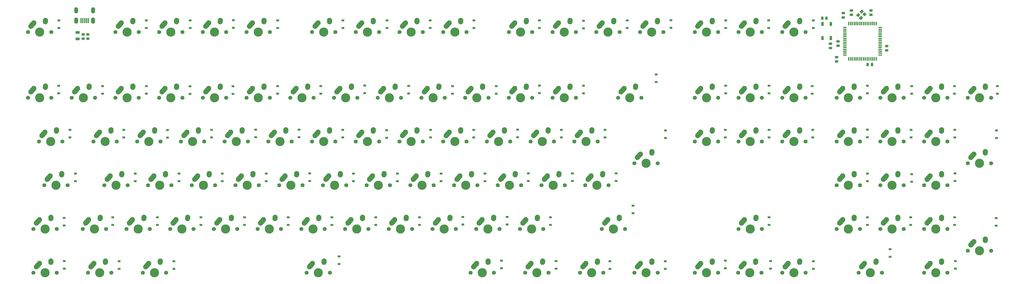
<source format=gbs>
%TF.GenerationSoftware,KiCad,Pcbnew,(5.1.10)-1*%
%TF.CreationDate,2021-06-26T18:22:07+01:00*%
%TF.ProjectId,pcb,7063622e-6b69-4636-9164-5f7063625858,rev?*%
%TF.SameCoordinates,Original*%
%TF.FileFunction,Soldermask,Bot*%
%TF.FilePolarity,Negative*%
%FSLAX46Y46*%
G04 Gerber Fmt 4.6, Leading zero omitted, Abs format (unit mm)*
G04 Created by KiCad (PCBNEW (5.1.10)-1) date 2021-06-26 18:22:07*
%MOMM*%
%LPD*%
G01*
G04 APERTURE LIST*
%ADD10O,1.700000X2.700000*%
%ADD11R,0.500000X2.250000*%
%ADD12C,0.100000*%
%ADD13C,1.750000*%
%ADD14C,2.250000*%
%ADD15C,3.987800*%
%ADD16R,0.550000X1.500000*%
%ADD17R,1.500000X0.550000*%
%ADD18R,1.100000X1.800000*%
%ADD19R,1.200000X0.900000*%
G04 APERTURE END LIST*
D10*
%TO.C,USB1*%
X-26637000Y-27813000D03*
X-19337000Y-27813000D03*
X-19337000Y-32313000D03*
X-26637000Y-32313000D03*
D11*
X-24587000Y-32313000D03*
X-23787000Y-32313000D03*
X-22987000Y-32313000D03*
X-22187000Y-32313000D03*
X-21387000Y-32313000D03*
%TD*%
D12*
%TO.C,Y2*%
G36*
X315715488Y-27419903D02*
G01*
X316564016Y-28268431D01*
X315574066Y-29258381D01*
X314725538Y-28409853D01*
X315715488Y-27419903D01*
G37*
G36*
X314159853Y-28975538D02*
G01*
X315008381Y-29824066D01*
X314018431Y-30814016D01*
X313169903Y-29965488D01*
X314159853Y-28975538D01*
G37*
G36*
X315361934Y-30177619D02*
G01*
X316210462Y-31026147D01*
X315220512Y-32016097D01*
X314371984Y-31167569D01*
X315361934Y-30177619D01*
G37*
G36*
X316917569Y-28621984D02*
G01*
X317766097Y-29470512D01*
X316776147Y-30460462D01*
X315927619Y-29611934D01*
X316917569Y-28621984D01*
G37*
%TD*%
%TO.C,C6*%
G36*
G01*
X304833000Y-42741000D02*
X305783000Y-42741000D01*
G75*
G02*
X306033000Y-42991000I0J-250000D01*
G01*
X306033000Y-43491000D01*
G75*
G02*
X305783000Y-43741000I-250000J0D01*
G01*
X304833000Y-43741000D01*
G75*
G02*
X304583000Y-43491000I0J250000D01*
G01*
X304583000Y-42991000D01*
G75*
G02*
X304833000Y-42741000I250000J0D01*
G01*
G37*
G36*
G01*
X304833000Y-40841000D02*
X305783000Y-40841000D01*
G75*
G02*
X306033000Y-41091000I0J-250000D01*
G01*
X306033000Y-41591000D01*
G75*
G02*
X305783000Y-41841000I-250000J0D01*
G01*
X304833000Y-41841000D01*
G75*
G02*
X304583000Y-41591000I0J250000D01*
G01*
X304583000Y-41091000D01*
G75*
G02*
X304833000Y-40841000I250000J0D01*
G01*
G37*
%TD*%
D13*
%TO.C,Z1*%
X5397500Y-123031250D03*
X-4762500Y-123031250D03*
D14*
X-2182500Y-119031250D03*
D15*
X317500Y-123031250D03*
G36*
G01*
X-4243812Y-121328600D02*
X-4243817Y-121328595D01*
G75*
G02*
X-4329845Y-119739933I751317J837345D01*
G01*
X-3019843Y-118279933D01*
G75*
G02*
X-1431181Y-118193905I837345J-751317D01*
G01*
X-1431181Y-118193905D01*
G75*
G02*
X-1345153Y-119782567I-751317J-837345D01*
G01*
X-2655155Y-121242567D01*
G75*
G02*
X-4243817Y-121328595I-837345J751317D01*
G01*
G37*
D14*
X2857500Y-117951250D03*
G36*
G01*
X2740983Y-119653645D02*
X2740097Y-119653584D01*
G75*
G02*
X1695166Y-118453847I77403J1122334D01*
G01*
X1735166Y-117873847D01*
G75*
G02*
X2934903Y-116828916I1122334J-77403D01*
G01*
X2934903Y-116828916D01*
G75*
G02*
X3979834Y-118028653I-77403J-1122334D01*
G01*
X3939834Y-118608653D01*
G75*
G02*
X2740097Y-119653584I-1122334J77403D01*
G01*
G37*
%TD*%
D13*
%TO.C,Y1*%
X86296500Y-84931250D03*
X76136500Y-84931250D03*
D14*
X78716500Y-80931250D03*
D15*
X81216500Y-84931250D03*
G36*
G01*
X76655188Y-83228600D02*
X76655183Y-83228595D01*
G75*
G02*
X76569155Y-81639933I751317J837345D01*
G01*
X77879157Y-80179933D01*
G75*
G02*
X79467819Y-80093905I837345J-751317D01*
G01*
X79467819Y-80093905D01*
G75*
G02*
X79553847Y-81682567I-751317J-837345D01*
G01*
X78243845Y-83142567D01*
G75*
G02*
X76655183Y-83228595I-837345J751317D01*
G01*
G37*
D14*
X83756500Y-79851250D03*
G36*
G01*
X83639983Y-81553645D02*
X83639097Y-81553584D01*
G75*
G02*
X82594166Y-80353847I77403J1122334D01*
G01*
X82634166Y-79773847D01*
G75*
G02*
X83833903Y-78728916I1122334J-77403D01*
G01*
X83833903Y-78728916D01*
G75*
G02*
X84878834Y-79928653I-77403J-1122334D01*
G01*
X84838834Y-80508653D01*
G75*
G02*
X83639097Y-81553584I-1122334J77403D01*
G01*
G37*
%TD*%
D13*
%TO.C,X1*%
X24447500Y-123031250D03*
X14287500Y-123031250D03*
D14*
X16867500Y-119031250D03*
D15*
X19367500Y-123031250D03*
G36*
G01*
X14806188Y-121328600D02*
X14806183Y-121328595D01*
G75*
G02*
X14720155Y-119739933I751317J837345D01*
G01*
X16030157Y-118279933D01*
G75*
G02*
X17618819Y-118193905I837345J-751317D01*
G01*
X17618819Y-118193905D01*
G75*
G02*
X17704847Y-119782567I-751317J-837345D01*
G01*
X16394845Y-121242567D01*
G75*
G02*
X14806183Y-121328595I-837345J751317D01*
G01*
G37*
D14*
X21907500Y-117951250D03*
G36*
G01*
X21790983Y-119653645D02*
X21790097Y-119653584D01*
G75*
G02*
X20745166Y-118453847I77403J1122334D01*
G01*
X20785166Y-117873847D01*
G75*
G02*
X21984903Y-116828916I1122334J-77403D01*
G01*
X21984903Y-116828916D01*
G75*
G02*
X23029834Y-118028653I-77403J-1122334D01*
G01*
X22989834Y-118608653D01*
G75*
G02*
X21790097Y-119653584I-1122334J77403D01*
G01*
G37*
%TD*%
D13*
%TO.C,WIN2*%
X179133500Y-142081250D03*
X168973500Y-142081250D03*
D14*
X171553500Y-138081250D03*
D15*
X174053500Y-142081250D03*
G36*
G01*
X169492188Y-140378600D02*
X169492183Y-140378595D01*
G75*
G02*
X169406155Y-138789933I751317J837345D01*
G01*
X170716157Y-137329933D01*
G75*
G02*
X172304819Y-137243905I837345J-751317D01*
G01*
X172304819Y-137243905D01*
G75*
G02*
X172390847Y-138832567I-751317J-837345D01*
G01*
X171080845Y-140292567D01*
G75*
G02*
X169492183Y-140378595I-837345J751317D01*
G01*
G37*
D14*
X176593500Y-137001250D03*
G36*
G01*
X176476983Y-138703645D02*
X176476097Y-138703584D01*
G75*
G02*
X175431166Y-137503847I77403J1122334D01*
G01*
X175471166Y-136923847D01*
G75*
G02*
X176670903Y-135878916I1122334J-77403D01*
G01*
X176670903Y-135878916D01*
G75*
G02*
X177715834Y-137078653I-77403J-1122334D01*
G01*
X177675834Y-137658653D01*
G75*
G02*
X176476097Y-138703584I-1122334J77403D01*
G01*
G37*
%TD*%
D13*
%TO.C,WIN1*%
X-11366500Y-142081250D03*
X-21526500Y-142081250D03*
D14*
X-18946500Y-138081250D03*
D15*
X-16446500Y-142081250D03*
G36*
G01*
X-21007812Y-140378600D02*
X-21007817Y-140378595D01*
G75*
G02*
X-21093845Y-138789933I751317J837345D01*
G01*
X-19783843Y-137329933D01*
G75*
G02*
X-18195181Y-137243905I837345J-751317D01*
G01*
X-18195181Y-137243905D01*
G75*
G02*
X-18109153Y-138832567I-751317J-837345D01*
G01*
X-19419155Y-140292567D01*
G75*
G02*
X-21007817Y-140378595I-837345J751317D01*
G01*
G37*
D14*
X-13906500Y-137001250D03*
G36*
G01*
X-14023017Y-138703645D02*
X-14023903Y-138703584D01*
G75*
G02*
X-15068834Y-137503847I77403J1122334D01*
G01*
X-15028834Y-136923847D01*
G75*
G02*
X-13829097Y-135878916I1122334J-77403D01*
G01*
X-13829097Y-135878916D01*
G75*
G02*
X-12784166Y-137078653I-77403J-1122334D01*
G01*
X-12824166Y-137658653D01*
G75*
G02*
X-14023903Y-138703584I-1122334J77403D01*
G01*
G37*
%TD*%
D13*
%TO.C,W1*%
X10096500Y-84931250D03*
X-63500Y-84931250D03*
D14*
X2516500Y-80931250D03*
D15*
X5016500Y-84931250D03*
G36*
G01*
X455188Y-83228600D02*
X455183Y-83228595D01*
G75*
G02*
X369155Y-81639933I751317J837345D01*
G01*
X1679157Y-80179933D01*
G75*
G02*
X3267819Y-80093905I837345J-751317D01*
G01*
X3267819Y-80093905D01*
G75*
G02*
X3353847Y-81682567I-751317J-837345D01*
G01*
X2043845Y-83142567D01*
G75*
G02*
X455183Y-83228595I-837345J751317D01*
G01*
G37*
D14*
X7556500Y-79851250D03*
G36*
G01*
X7439983Y-81553645D02*
X7439097Y-81553584D01*
G75*
G02*
X6394166Y-80353847I77403J1122334D01*
G01*
X6434166Y-79773847D01*
G75*
G02*
X7633903Y-78728916I1122334J-77403D01*
G01*
X7633903Y-78728916D01*
G75*
G02*
X8678834Y-79928653I-77403J-1122334D01*
G01*
X8638834Y-80508653D01*
G75*
G02*
X7439097Y-81553584I-1122334J77403D01*
G01*
G37*
%TD*%
D13*
%TO.C,V1*%
X62547500Y-123031250D03*
X52387500Y-123031250D03*
D14*
X54967500Y-119031250D03*
D15*
X57467500Y-123031250D03*
G36*
G01*
X52906188Y-121328600D02*
X52906183Y-121328595D01*
G75*
G02*
X52820155Y-119739933I751317J837345D01*
G01*
X54130157Y-118279933D01*
G75*
G02*
X55718819Y-118193905I837345J-751317D01*
G01*
X55718819Y-118193905D01*
G75*
G02*
X55804847Y-119782567I-751317J-837345D01*
G01*
X54494845Y-121242567D01*
G75*
G02*
X52906183Y-121328595I-837345J751317D01*
G01*
G37*
D14*
X60007500Y-117951250D03*
G36*
G01*
X59890983Y-119653645D02*
X59890097Y-119653584D01*
G75*
G02*
X58845166Y-118453847I77403J1122334D01*
G01*
X58885166Y-117873847D01*
G75*
G02*
X60084903Y-116828916I1122334J-77403D01*
G01*
X60084903Y-116828916D01*
G75*
G02*
X61129834Y-118028653I-77403J-1122334D01*
G01*
X61089834Y-118608653D01*
G75*
G02*
X59890097Y-119653584I-1122334J77403D01*
G01*
G37*
%TD*%
D13*
%TO.C,UARROW1*%
X272097500Y-123031250D03*
X261937500Y-123031250D03*
D14*
X264517500Y-119031250D03*
D15*
X267017500Y-123031250D03*
G36*
G01*
X262456188Y-121328600D02*
X262456183Y-121328595D01*
G75*
G02*
X262370155Y-119739933I751317J837345D01*
G01*
X263680157Y-118279933D01*
G75*
G02*
X265268819Y-118193905I837345J-751317D01*
G01*
X265268819Y-118193905D01*
G75*
G02*
X265354847Y-119782567I-751317J-837345D01*
G01*
X264044845Y-121242567D01*
G75*
G02*
X262456183Y-121328595I-837345J751317D01*
G01*
G37*
D14*
X269557500Y-117951250D03*
G36*
G01*
X269440983Y-119653645D02*
X269440097Y-119653584D01*
G75*
G02*
X268395166Y-118453847I77403J1122334D01*
G01*
X268435166Y-117873847D01*
G75*
G02*
X269634903Y-116828916I1122334J-77403D01*
G01*
X269634903Y-116828916D01*
G75*
G02*
X270679834Y-118028653I-77403J-1122334D01*
G01*
X270639834Y-118608653D01*
G75*
G02*
X269440097Y-119653584I-1122334J77403D01*
G01*
G37*
%TD*%
D16*
%TO.C,U2*%
X309976000Y-48975000D03*
X310776000Y-48975000D03*
X311576000Y-48975000D03*
X312376000Y-48975000D03*
X313176000Y-48975000D03*
X313976000Y-48975000D03*
X314776000Y-48975000D03*
X315576000Y-48975000D03*
X316376000Y-48975000D03*
X317176000Y-48975000D03*
X317976000Y-48975000D03*
X318776000Y-48975000D03*
X319576000Y-48975000D03*
X320376000Y-48975000D03*
X321176000Y-48975000D03*
X321976000Y-48975000D03*
D17*
X323676000Y-47275000D03*
X323676000Y-46475000D03*
X323676000Y-45675000D03*
X323676000Y-44875000D03*
X323676000Y-44075000D03*
X323676000Y-43275000D03*
X323676000Y-42475000D03*
X323676000Y-41675000D03*
X323676000Y-40875000D03*
X323676000Y-40075000D03*
X323676000Y-39275000D03*
X323676000Y-38475000D03*
X323676000Y-37675000D03*
X323676000Y-36875000D03*
X323676000Y-36075000D03*
X323676000Y-35275000D03*
D16*
X321976000Y-33575000D03*
X321176000Y-33575000D03*
X320376000Y-33575000D03*
X319576000Y-33575000D03*
X318776000Y-33575000D03*
X317976000Y-33575000D03*
X317176000Y-33575000D03*
X316376000Y-33575000D03*
X315576000Y-33575000D03*
X314776000Y-33575000D03*
X313976000Y-33575000D03*
X313176000Y-33575000D03*
X312376000Y-33575000D03*
X311576000Y-33575000D03*
X310776000Y-33575000D03*
X309976000Y-33575000D03*
D17*
X308276000Y-35275000D03*
X308276000Y-36075000D03*
X308276000Y-36875000D03*
X308276000Y-37675000D03*
X308276000Y-38475000D03*
X308276000Y-39275000D03*
X308276000Y-40075000D03*
X308276000Y-40875000D03*
X308276000Y-41675000D03*
X308276000Y-42475000D03*
X308276000Y-43275000D03*
X308276000Y-44075000D03*
X308276000Y-44875000D03*
X308276000Y-45675000D03*
X308276000Y-46475000D03*
X308276000Y-47275000D03*
%TD*%
D13*
%TO.C,U1*%
X105346500Y-84931250D03*
X95186500Y-84931250D03*
D14*
X97766500Y-80931250D03*
D15*
X100266500Y-84931250D03*
G36*
G01*
X95705188Y-83228600D02*
X95705183Y-83228595D01*
G75*
G02*
X95619155Y-81639933I751317J837345D01*
G01*
X96929157Y-80179933D01*
G75*
G02*
X98517819Y-80093905I837345J-751317D01*
G01*
X98517819Y-80093905D01*
G75*
G02*
X98603847Y-81682567I-751317J-837345D01*
G01*
X97293845Y-83142567D01*
G75*
G02*
X95705183Y-83228595I-837345J751317D01*
G01*
G37*
D14*
X102806500Y-79851250D03*
G36*
G01*
X102689983Y-81553645D02*
X102689097Y-81553584D01*
G75*
G02*
X101644166Y-80353847I77403J1122334D01*
G01*
X101684166Y-79773847D01*
G75*
G02*
X102883903Y-78728916I1122334J-77403D01*
G01*
X102883903Y-78728916D01*
G75*
G02*
X103928834Y-79928653I-77403J-1122334D01*
G01*
X103888834Y-80508653D01*
G75*
G02*
X102689097Y-81553584I-1122334J77403D01*
G01*
G37*
%TD*%
D13*
%TO.C,TILDA1*%
X-37528500Y-65881250D03*
X-47688500Y-65881250D03*
D14*
X-45108500Y-61881250D03*
D15*
X-42608500Y-65881250D03*
G36*
G01*
X-47169812Y-64178600D02*
X-47169817Y-64178595D01*
G75*
G02*
X-47255845Y-62589933I751317J837345D01*
G01*
X-45945843Y-61129933D01*
G75*
G02*
X-44357181Y-61043905I837345J-751317D01*
G01*
X-44357181Y-61043905D01*
G75*
G02*
X-44271153Y-62632567I-751317J-837345D01*
G01*
X-45581155Y-64092567D01*
G75*
G02*
X-47169817Y-64178595I-837345J751317D01*
G01*
G37*
D14*
X-40068500Y-60801250D03*
G36*
G01*
X-40185017Y-62503645D02*
X-40185903Y-62503584D01*
G75*
G02*
X-41230834Y-61303847I77403J1122334D01*
G01*
X-41190834Y-60723847D01*
G75*
G02*
X-39991097Y-59678916I1122334J-77403D01*
G01*
X-39991097Y-59678916D01*
G75*
G02*
X-38946166Y-60878653I-77403J-1122334D01*
G01*
X-38986166Y-61458653D01*
G75*
G02*
X-40185903Y-62503584I-1122334J77403D01*
G01*
G37*
%TD*%
D13*
%TO.C,TAB1*%
X-32702500Y-84931250D03*
X-42862500Y-84931250D03*
D14*
X-40282500Y-80931250D03*
D15*
X-37782500Y-84931250D03*
G36*
G01*
X-42343812Y-83228600D02*
X-42343817Y-83228595D01*
G75*
G02*
X-42429845Y-81639933I751317J837345D01*
G01*
X-41119843Y-80179933D01*
G75*
G02*
X-39531181Y-80093905I837345J-751317D01*
G01*
X-39531181Y-80093905D01*
G75*
G02*
X-39445153Y-81682567I-751317J-837345D01*
G01*
X-40755155Y-83142567D01*
G75*
G02*
X-42343817Y-83228595I-837345J751317D01*
G01*
G37*
D14*
X-35242500Y-79851250D03*
G36*
G01*
X-35359017Y-81553645D02*
X-35359903Y-81553584D01*
G75*
G02*
X-36404834Y-80353847I77403J1122334D01*
G01*
X-36364834Y-79773847D01*
G75*
G02*
X-35165097Y-78728916I1122334J-77403D01*
G01*
X-35165097Y-78728916D01*
G75*
G02*
X-34120166Y-79928653I-77403J-1122334D01*
G01*
X-34160166Y-80508653D01*
G75*
G02*
X-35359903Y-81553584I-1122334J77403D01*
G01*
G37*
%TD*%
D13*
%TO.C,T1*%
X67246500Y-84931250D03*
X57086500Y-84931250D03*
D14*
X59666500Y-80931250D03*
D15*
X62166500Y-84931250D03*
G36*
G01*
X57605188Y-83228600D02*
X57605183Y-83228595D01*
G75*
G02*
X57519155Y-81639933I751317J837345D01*
G01*
X58829157Y-80179933D01*
G75*
G02*
X60417819Y-80093905I837345J-751317D01*
G01*
X60417819Y-80093905D01*
G75*
G02*
X60503847Y-81682567I-751317J-837345D01*
G01*
X59193845Y-83142567D01*
G75*
G02*
X57605183Y-83228595I-837345J751317D01*
G01*
G37*
D14*
X64706500Y-79851250D03*
G36*
G01*
X64589983Y-81553645D02*
X64589097Y-81553584D01*
G75*
G02*
X63544166Y-80353847I77403J1122334D01*
G01*
X63584166Y-79773847D01*
G75*
G02*
X64783903Y-78728916I1122334J-77403D01*
G01*
X64783903Y-78728916D01*
G75*
G02*
X65828834Y-79928653I-77403J-1122334D01*
G01*
X65788834Y-80508653D01*
G75*
G02*
X64589097Y-81553584I-1122334J77403D01*
G01*
G37*
%TD*%
D18*
%TO.C,SW1*%
X302205000Y-33730000D03*
X298505000Y-39930000D03*
X298505000Y-33730000D03*
X302205000Y-39930000D03*
%TD*%
D13*
%TO.C,SPACE1*%
X83883500Y-142081250D03*
X73723500Y-142081250D03*
D14*
X76303500Y-138081250D03*
D15*
X78803500Y-142081250D03*
G36*
G01*
X74242188Y-140378600D02*
X74242183Y-140378595D01*
G75*
G02*
X74156155Y-138789933I751317J837345D01*
G01*
X75466157Y-137329933D01*
G75*
G02*
X77054819Y-137243905I837345J-751317D01*
G01*
X77054819Y-137243905D01*
G75*
G02*
X77140847Y-138832567I-751317J-837345D01*
G01*
X75830845Y-140292567D01*
G75*
G02*
X74242183Y-140378595I-837345J751317D01*
G01*
G37*
D14*
X81343500Y-137001250D03*
G36*
G01*
X81226983Y-138703645D02*
X81226097Y-138703584D01*
G75*
G02*
X80181166Y-137503847I77403J1122334D01*
G01*
X80221166Y-136923847D01*
G75*
G02*
X81420903Y-135878916I1122334J-77403D01*
G01*
X81420903Y-135878916D01*
G75*
G02*
X82465834Y-137078653I-77403J-1122334D01*
G01*
X82425834Y-137658653D01*
G75*
G02*
X81226097Y-138703584I-1122334J77403D01*
G01*
G37*
%TD*%
D13*
%TO.C,SHIFT1*%
X-35115500Y-123031250D03*
X-45275500Y-123031250D03*
D14*
X-42695500Y-119031250D03*
D15*
X-40195500Y-123031250D03*
G36*
G01*
X-44756812Y-121328600D02*
X-44756817Y-121328595D01*
G75*
G02*
X-44842845Y-119739933I751317J837345D01*
G01*
X-43532843Y-118279933D01*
G75*
G02*
X-41944181Y-118193905I837345J-751317D01*
G01*
X-41944181Y-118193905D01*
G75*
G02*
X-41858153Y-119782567I-751317J-837345D01*
G01*
X-43168155Y-121242567D01*
G75*
G02*
X-44756817Y-121328595I-837345J751317D01*
G01*
G37*
D14*
X-37655500Y-117951250D03*
G36*
G01*
X-37772017Y-119653645D02*
X-37772903Y-119653584D01*
G75*
G02*
X-38817834Y-118453847I77403J1122334D01*
G01*
X-38777834Y-117873847D01*
G75*
G02*
X-37578097Y-116828916I1122334J-77403D01*
G01*
X-37578097Y-116828916D01*
G75*
G02*
X-36533166Y-118028653I-77403J-1122334D01*
G01*
X-36573166Y-118608653D01*
G75*
G02*
X-37772903Y-119653584I-1122334J77403D01*
G01*
G37*
%TD*%
D13*
%TO.C,SCLLK1*%
X272097500Y-37306250D03*
X261937500Y-37306250D03*
D14*
X264517500Y-33306250D03*
D15*
X267017500Y-37306250D03*
G36*
G01*
X262456188Y-35603600D02*
X262456183Y-35603595D01*
G75*
G02*
X262370155Y-34014933I751317J837345D01*
G01*
X263680157Y-32554933D01*
G75*
G02*
X265268819Y-32468905I837345J-751317D01*
G01*
X265268819Y-32468905D01*
G75*
G02*
X265354847Y-34057567I-751317J-837345D01*
G01*
X264044845Y-35517567D01*
G75*
G02*
X262456183Y-35603595I-837345J751317D01*
G01*
G37*
D14*
X269557500Y-32226250D03*
G36*
G01*
X269440983Y-33928645D02*
X269440097Y-33928584D01*
G75*
G02*
X268395166Y-32728847I77403J1122334D01*
G01*
X268435166Y-32148847D01*
G75*
G02*
X269634903Y-31103916I1122334J-77403D01*
G01*
X269634903Y-31103916D01*
G75*
G02*
X270679834Y-32303653I-77403J-1122334D01*
G01*
X270639834Y-32883653D01*
G75*
G02*
X269440097Y-33928584I-1122334J77403D01*
G01*
G37*
%TD*%
D13*
%TO.C,S1*%
X14795500Y-103981250D03*
X4635500Y-103981250D03*
D14*
X7215500Y-99981250D03*
D15*
X9715500Y-103981250D03*
G36*
G01*
X5154188Y-102278600D02*
X5154183Y-102278595D01*
G75*
G02*
X5068155Y-100689933I751317J837345D01*
G01*
X6378157Y-99229933D01*
G75*
G02*
X7966819Y-99143905I837345J-751317D01*
G01*
X7966819Y-99143905D01*
G75*
G02*
X8052847Y-100732567I-751317J-837345D01*
G01*
X6742845Y-102192567D01*
G75*
G02*
X5154183Y-102278595I-837345J751317D01*
G01*
G37*
D14*
X12255500Y-98901250D03*
G36*
G01*
X12138983Y-100603645D02*
X12138097Y-100603584D01*
G75*
G02*
X11093166Y-99403847I77403J1122334D01*
G01*
X11133166Y-98823847D01*
G75*
G02*
X12332903Y-97778916I1122334J-77403D01*
G01*
X12332903Y-97778916D01*
G75*
G02*
X13377834Y-98978653I-77403J-1122334D01*
G01*
X13337834Y-99558653D01*
G75*
G02*
X12138097Y-100603584I-1122334J77403D01*
G01*
G37*
%TD*%
D13*
%TO.C,RCTRL1*%
X226758500Y-142081250D03*
X216598500Y-142081250D03*
D14*
X219178500Y-138081250D03*
D15*
X221678500Y-142081250D03*
G36*
G01*
X217117188Y-140378600D02*
X217117183Y-140378595D01*
G75*
G02*
X217031155Y-138789933I751317J837345D01*
G01*
X218341157Y-137329933D01*
G75*
G02*
X219929819Y-137243905I837345J-751317D01*
G01*
X219929819Y-137243905D01*
G75*
G02*
X220015847Y-138832567I-751317J-837345D01*
G01*
X218705845Y-140292567D01*
G75*
G02*
X217117183Y-140378595I-837345J751317D01*
G01*
G37*
D14*
X224218500Y-137001250D03*
G36*
G01*
X224101983Y-138703645D02*
X224101097Y-138703584D01*
G75*
G02*
X223056166Y-137503847I77403J1122334D01*
G01*
X223096166Y-136923847D01*
G75*
G02*
X224295903Y-135878916I1122334J-77403D01*
G01*
X224295903Y-135878916D01*
G75*
G02*
X225340834Y-137078653I-77403J-1122334D01*
G01*
X225300834Y-137658653D01*
G75*
G02*
X224101097Y-138703584I-1122334J77403D01*
G01*
G37*
%TD*%
D13*
%TO.C,RCBR1*%
X200596500Y-84931250D03*
X190436500Y-84931250D03*
D14*
X193016500Y-80931250D03*
D15*
X195516500Y-84931250D03*
G36*
G01*
X190955188Y-83228600D02*
X190955183Y-83228595D01*
G75*
G02*
X190869155Y-81639933I751317J837345D01*
G01*
X192179157Y-80179933D01*
G75*
G02*
X193767819Y-80093905I837345J-751317D01*
G01*
X193767819Y-80093905D01*
G75*
G02*
X193853847Y-81682567I-751317J-837345D01*
G01*
X192543845Y-83142567D01*
G75*
G02*
X190955183Y-83228595I-837345J751317D01*
G01*
G37*
D14*
X198056500Y-79851250D03*
G36*
G01*
X197939983Y-81553645D02*
X197939097Y-81553584D01*
G75*
G02*
X196894166Y-80353847I77403J1122334D01*
G01*
X196934166Y-79773847D01*
G75*
G02*
X198133903Y-78728916I1122334J-77403D01*
G01*
X198133903Y-78728916D01*
G75*
G02*
X199178834Y-79928653I-77403J-1122334D01*
G01*
X199138834Y-80508653D01*
G75*
G02*
X197939097Y-81553584I-1122334J77403D01*
G01*
G37*
%TD*%
D13*
%TO.C,RARROW1*%
X291147500Y-142081250D03*
X280987500Y-142081250D03*
D14*
X283567500Y-138081250D03*
D15*
X286067500Y-142081250D03*
G36*
G01*
X281506188Y-140378600D02*
X281506183Y-140378595D01*
G75*
G02*
X281420155Y-138789933I751317J837345D01*
G01*
X282730157Y-137329933D01*
G75*
G02*
X284318819Y-137243905I837345J-751317D01*
G01*
X284318819Y-137243905D01*
G75*
G02*
X284404847Y-138832567I-751317J-837345D01*
G01*
X283094845Y-140292567D01*
G75*
G02*
X281506183Y-140378595I-837345J751317D01*
G01*
G37*
D14*
X288607500Y-137001250D03*
G36*
G01*
X288490983Y-138703645D02*
X288490097Y-138703584D01*
G75*
G02*
X287445166Y-137503847I77403J1122334D01*
G01*
X287485166Y-136923847D01*
G75*
G02*
X288684903Y-135878916I1122334J-77403D01*
G01*
X288684903Y-135878916D01*
G75*
G02*
X289729834Y-137078653I-77403J-1122334D01*
G01*
X289689834Y-137658653D01*
G75*
G02*
X288490097Y-138703584I-1122334J77403D01*
G01*
G37*
%TD*%
D13*
%TO.C,RALT1*%
X155384500Y-142081250D03*
X145224500Y-142081250D03*
D14*
X147804500Y-138081250D03*
D15*
X150304500Y-142081250D03*
G36*
G01*
X145743188Y-140378600D02*
X145743183Y-140378595D01*
G75*
G02*
X145657155Y-138789933I751317J837345D01*
G01*
X146967157Y-137329933D01*
G75*
G02*
X148555819Y-137243905I837345J-751317D01*
G01*
X148555819Y-137243905D01*
G75*
G02*
X148641847Y-138832567I-751317J-837345D01*
G01*
X147331845Y-140292567D01*
G75*
G02*
X145743183Y-140378595I-837345J751317D01*
G01*
G37*
D14*
X152844500Y-137001250D03*
G36*
G01*
X152727983Y-138703645D02*
X152727097Y-138703584D01*
G75*
G02*
X151682166Y-137503847I77403J1122334D01*
G01*
X151722166Y-136923847D01*
G75*
G02*
X152921903Y-135878916I1122334J-77403D01*
G01*
X152921903Y-135878916D01*
G75*
G02*
X153966834Y-137078653I-77403J-1122334D01*
G01*
X153926834Y-137658653D01*
G75*
G02*
X152727097Y-138703584I-1122334J77403D01*
G01*
G37*
%TD*%
%TO.C,R5*%
G36*
G01*
X326967001Y-43923000D02*
X326066999Y-43923000D01*
G75*
G02*
X325817000Y-43673001I0J249999D01*
G01*
X325817000Y-43147999D01*
G75*
G02*
X326066999Y-42898000I249999J0D01*
G01*
X326967001Y-42898000D01*
G75*
G02*
X327217000Y-43147999I0J-249999D01*
G01*
X327217000Y-43673001D01*
G75*
G02*
X326967001Y-43923000I-249999J0D01*
G01*
G37*
G36*
G01*
X326967001Y-45748000D02*
X326066999Y-45748000D01*
G75*
G02*
X325817000Y-45498001I0J249999D01*
G01*
X325817000Y-44972999D01*
G75*
G02*
X326066999Y-44723000I249999J0D01*
G01*
X326967001Y-44723000D01*
G75*
G02*
X327217000Y-44972999I0J-249999D01*
G01*
X327217000Y-45498001D01*
G75*
G02*
X326967001Y-45748000I-249999J0D01*
G01*
G37*
%TD*%
%TO.C,R4*%
G36*
G01*
X-23171999Y-38843000D02*
X-24072001Y-38843000D01*
G75*
G02*
X-24322000Y-38593001I0J249999D01*
G01*
X-24322000Y-38067999D01*
G75*
G02*
X-24072001Y-37818000I249999J0D01*
G01*
X-23171999Y-37818000D01*
G75*
G02*
X-22922000Y-38067999I0J-249999D01*
G01*
X-22922000Y-38593001D01*
G75*
G02*
X-23171999Y-38843000I-249999J0D01*
G01*
G37*
G36*
G01*
X-23171999Y-40668000D02*
X-24072001Y-40668000D01*
G75*
G02*
X-24322000Y-40418001I0J249999D01*
G01*
X-24322000Y-39892999D01*
G75*
G02*
X-24072001Y-39643000I249999J0D01*
G01*
X-23171999Y-39643000D01*
G75*
G02*
X-22922000Y-39892999I0J-249999D01*
G01*
X-22922000Y-40418001D01*
G75*
G02*
X-23171999Y-40668000I-249999J0D01*
G01*
G37*
%TD*%
%TO.C,R3*%
G36*
G01*
X-21139999Y-38843000D02*
X-22040001Y-38843000D01*
G75*
G02*
X-22290000Y-38593001I0J249999D01*
G01*
X-22290000Y-38067999D01*
G75*
G02*
X-22040001Y-37818000I249999J0D01*
G01*
X-21139999Y-37818000D01*
G75*
G02*
X-20890000Y-38067999I0J-249999D01*
G01*
X-20890000Y-38593001D01*
G75*
G02*
X-21139999Y-38843000I-249999J0D01*
G01*
G37*
G36*
G01*
X-21139999Y-40668000D02*
X-22040001Y-40668000D01*
G75*
G02*
X-22290000Y-40418001I0J249999D01*
G01*
X-22290000Y-39892999D01*
G75*
G02*
X-22040001Y-39643000I249999J0D01*
G01*
X-21139999Y-39643000D01*
G75*
G02*
X-20890000Y-39892999I0J-249999D01*
G01*
X-20890000Y-40418001D01*
G75*
G02*
X-21139999Y-40668000I-249999J0D01*
G01*
G37*
%TD*%
%TO.C,R2*%
G36*
G01*
X298939000Y-30791999D02*
X298939000Y-31692001D01*
G75*
G02*
X298689001Y-31942000I-249999J0D01*
G01*
X298163999Y-31942000D01*
G75*
G02*
X297914000Y-31692001I0J249999D01*
G01*
X297914000Y-30791999D01*
G75*
G02*
X298163999Y-30542000I249999J0D01*
G01*
X298689001Y-30542000D01*
G75*
G02*
X298939000Y-30791999I0J-249999D01*
G01*
G37*
G36*
G01*
X300764000Y-30791999D02*
X300764000Y-31692001D01*
G75*
G02*
X300514001Y-31942000I-249999J0D01*
G01*
X299988999Y-31942000D01*
G75*
G02*
X299739000Y-31692001I0J249999D01*
G01*
X299739000Y-30791999D01*
G75*
G02*
X299988999Y-30542000I249999J0D01*
G01*
X300514001Y-30542000D01*
G75*
G02*
X300764000Y-30791999I0J-249999D01*
G01*
G37*
%TD*%
D13*
%TO.C,R1*%
X48196500Y-84931250D03*
X38036500Y-84931250D03*
D14*
X40616500Y-80931250D03*
D15*
X43116500Y-84931250D03*
G36*
G01*
X38555188Y-83228600D02*
X38555183Y-83228595D01*
G75*
G02*
X38469155Y-81639933I751317J837345D01*
G01*
X39779157Y-80179933D01*
G75*
G02*
X41367819Y-80093905I837345J-751317D01*
G01*
X41367819Y-80093905D01*
G75*
G02*
X41453847Y-81682567I-751317J-837345D01*
G01*
X40143845Y-83142567D01*
G75*
G02*
X38555183Y-83228595I-837345J751317D01*
G01*
G37*
D14*
X45656500Y-79851250D03*
G36*
G01*
X45539983Y-81553645D02*
X45539097Y-81553584D01*
G75*
G02*
X44494166Y-80353847I77403J1122334D01*
G01*
X44534166Y-79773847D01*
G75*
G02*
X45733903Y-78728916I1122334J-77403D01*
G01*
X45733903Y-78728916D01*
G75*
G02*
X46778834Y-79928653I-77403J-1122334D01*
G01*
X46738834Y-80508653D01*
G75*
G02*
X45539097Y-81553584I-1122334J77403D01*
G01*
G37*
%TD*%
D13*
%TO.C,Q1*%
X-8953500Y-84931250D03*
X-19113500Y-84931250D03*
D14*
X-16533500Y-80931250D03*
D15*
X-14033500Y-84931250D03*
G36*
G01*
X-18594812Y-83228600D02*
X-18594817Y-83228595D01*
G75*
G02*
X-18680845Y-81639933I751317J837345D01*
G01*
X-17370843Y-80179933D01*
G75*
G02*
X-15782181Y-80093905I837345J-751317D01*
G01*
X-15782181Y-80093905D01*
G75*
G02*
X-15696153Y-81682567I-751317J-837345D01*
G01*
X-17006155Y-83142567D01*
G75*
G02*
X-18594817Y-83228595I-837345J751317D01*
G01*
G37*
D14*
X-11493500Y-79851250D03*
G36*
G01*
X-11610017Y-81553645D02*
X-11610903Y-81553584D01*
G75*
G02*
X-12655834Y-80353847I77403J1122334D01*
G01*
X-12615834Y-79773847D01*
G75*
G02*
X-11416097Y-78728916I1122334J-77403D01*
G01*
X-11416097Y-78728916D01*
G75*
G02*
X-10371166Y-79928653I-77403J-1122334D01*
G01*
X-10411166Y-80508653D01*
G75*
G02*
X-11610903Y-81553584I-1122334J77403D01*
G01*
G37*
%TD*%
D13*
%TO.C,PRTSC1*%
X253047500Y-37306250D03*
X242887500Y-37306250D03*
D14*
X245467500Y-33306250D03*
D15*
X247967500Y-37306250D03*
G36*
G01*
X243406188Y-35603600D02*
X243406183Y-35603595D01*
G75*
G02*
X243320155Y-34014933I751317J837345D01*
G01*
X244630157Y-32554933D01*
G75*
G02*
X246218819Y-32468905I837345J-751317D01*
G01*
X246218819Y-32468905D01*
G75*
G02*
X246304847Y-34057567I-751317J-837345D01*
G01*
X244994845Y-35517567D01*
G75*
G02*
X243406183Y-35603595I-837345J751317D01*
G01*
G37*
D14*
X250507500Y-32226250D03*
G36*
G01*
X250390983Y-33928645D02*
X250390097Y-33928584D01*
G75*
G02*
X249345166Y-32728847I77403J1122334D01*
G01*
X249385166Y-32148847D01*
G75*
G02*
X250584903Y-31103916I1122334J-77403D01*
G01*
X250584903Y-31103916D01*
G75*
G02*
X251629834Y-32303653I-77403J-1122334D01*
G01*
X251589834Y-32883653D01*
G75*
G02*
X250390097Y-33928584I-1122334J77403D01*
G01*
G37*
%TD*%
D13*
%TO.C,PGUP1*%
X291147500Y-65881250D03*
X280987500Y-65881250D03*
D14*
X283567500Y-61881250D03*
D15*
X286067500Y-65881250D03*
G36*
G01*
X281506188Y-64178600D02*
X281506183Y-64178595D01*
G75*
G02*
X281420155Y-62589933I751317J837345D01*
G01*
X282730157Y-61129933D01*
G75*
G02*
X284318819Y-61043905I837345J-751317D01*
G01*
X284318819Y-61043905D01*
G75*
G02*
X284404847Y-62632567I-751317J-837345D01*
G01*
X283094845Y-64092567D01*
G75*
G02*
X281506183Y-64178595I-837345J751317D01*
G01*
G37*
D14*
X288607500Y-60801250D03*
G36*
G01*
X288490983Y-62503645D02*
X288490097Y-62503584D01*
G75*
G02*
X287445166Y-61303847I77403J1122334D01*
G01*
X287485166Y-60723847D01*
G75*
G02*
X288684903Y-59678916I1122334J-77403D01*
G01*
X288684903Y-59678916D01*
G75*
G02*
X289729834Y-60878653I-77403J-1122334D01*
G01*
X289689834Y-61458653D01*
G75*
G02*
X288490097Y-62503584I-1122334J77403D01*
G01*
G37*
%TD*%
D13*
%TO.C,PGDN1*%
X291147500Y-84931250D03*
X280987500Y-84931250D03*
D14*
X283567500Y-80931250D03*
D15*
X286067500Y-84931250D03*
G36*
G01*
X281506188Y-83228600D02*
X281506183Y-83228595D01*
G75*
G02*
X281420155Y-81639933I751317J837345D01*
G01*
X282730157Y-80179933D01*
G75*
G02*
X284318819Y-80093905I837345J-751317D01*
G01*
X284318819Y-80093905D01*
G75*
G02*
X284404847Y-81682567I-751317J-837345D01*
G01*
X283094845Y-83142567D01*
G75*
G02*
X281506183Y-83228595I-837345J751317D01*
G01*
G37*
D14*
X288607500Y-79851250D03*
G36*
G01*
X288490983Y-81553645D02*
X288490097Y-81553584D01*
G75*
G02*
X287445166Y-80353847I77403J1122334D01*
G01*
X287485166Y-79773847D01*
G75*
G02*
X288684903Y-78728916I1122334J-77403D01*
G01*
X288684903Y-78728916D01*
G75*
G02*
X289729834Y-79928653I-77403J-1122334D01*
G01*
X289689834Y-80508653D01*
G75*
G02*
X288490097Y-81553584I-1122334J77403D01*
G01*
G37*
%TD*%
D13*
%TO.C,PERIOD1*%
X157797500Y-123031250D03*
X147637500Y-123031250D03*
D14*
X150217500Y-119031250D03*
D15*
X152717500Y-123031250D03*
G36*
G01*
X148156188Y-121328600D02*
X148156183Y-121328595D01*
G75*
G02*
X148070155Y-119739933I751317J837345D01*
G01*
X149380157Y-118279933D01*
G75*
G02*
X150968819Y-118193905I837345J-751317D01*
G01*
X150968819Y-118193905D01*
G75*
G02*
X151054847Y-119782567I-751317J-837345D01*
G01*
X149744845Y-121242567D01*
G75*
G02*
X148156183Y-121328595I-837345J751317D01*
G01*
G37*
D14*
X155257500Y-117951250D03*
G36*
G01*
X155140983Y-119653645D02*
X155140097Y-119653584D01*
G75*
G02*
X154095166Y-118453847I77403J1122334D01*
G01*
X154135166Y-117873847D01*
G75*
G02*
X155334903Y-116828916I1122334J-77403D01*
G01*
X155334903Y-116828916D01*
G75*
G02*
X156379834Y-118028653I-77403J-1122334D01*
G01*
X156339834Y-118608653D01*
G75*
G02*
X155140097Y-119653584I-1122334J77403D01*
G01*
G37*
%TD*%
D13*
%TO.C,PAUSE1*%
X291147500Y-37306250D03*
X280987500Y-37306250D03*
D14*
X283567500Y-33306250D03*
D15*
X286067500Y-37306250D03*
G36*
G01*
X281506188Y-35603600D02*
X281506183Y-35603595D01*
G75*
G02*
X281420155Y-34014933I751317J837345D01*
G01*
X282730157Y-32554933D01*
G75*
G02*
X284318819Y-32468905I837345J-751317D01*
G01*
X284318819Y-32468905D01*
G75*
G02*
X284404847Y-34057567I-751317J-837345D01*
G01*
X283094845Y-35517567D01*
G75*
G02*
X281506183Y-35603595I-837345J751317D01*
G01*
G37*
D14*
X288607500Y-32226250D03*
G36*
G01*
X288490983Y-33928645D02*
X288490097Y-33928584D01*
G75*
G02*
X287445166Y-32728847I77403J1122334D01*
G01*
X287485166Y-32148847D01*
G75*
G02*
X288684903Y-31103916I1122334J-77403D01*
G01*
X288684903Y-31103916D01*
G75*
G02*
X289729834Y-32303653I-77403J-1122334D01*
G01*
X289689834Y-32883653D01*
G75*
G02*
X288490097Y-33928584I-1122334J77403D01*
G01*
G37*
%TD*%
D13*
%TO.C,P1*%
X162496500Y-84931250D03*
X152336500Y-84931250D03*
D14*
X154916500Y-80931250D03*
D15*
X157416500Y-84931250D03*
G36*
G01*
X152855188Y-83228600D02*
X152855183Y-83228595D01*
G75*
G02*
X152769155Y-81639933I751317J837345D01*
G01*
X154079157Y-80179933D01*
G75*
G02*
X155667819Y-80093905I837345J-751317D01*
G01*
X155667819Y-80093905D01*
G75*
G02*
X155753847Y-81682567I-751317J-837345D01*
G01*
X154443845Y-83142567D01*
G75*
G02*
X152855183Y-83228595I-837345J751317D01*
G01*
G37*
D14*
X159956500Y-79851250D03*
G36*
G01*
X159839983Y-81553645D02*
X159839097Y-81553584D01*
G75*
G02*
X158794166Y-80353847I77403J1122334D01*
G01*
X158834166Y-79773847D01*
G75*
G02*
X160033903Y-78728916I1122334J-77403D01*
G01*
X160033903Y-78728916D01*
G75*
G02*
X161078834Y-79928653I-77403J-1122334D01*
G01*
X161038834Y-80508653D01*
G75*
G02*
X159839097Y-81553584I-1122334J77403D01*
G01*
G37*
%TD*%
D13*
%TO.C,O1*%
X143446500Y-84931250D03*
X133286500Y-84931250D03*
D14*
X135866500Y-80931250D03*
D15*
X138366500Y-84931250D03*
G36*
G01*
X133805188Y-83228600D02*
X133805183Y-83228595D01*
G75*
G02*
X133719155Y-81639933I751317J837345D01*
G01*
X135029157Y-80179933D01*
G75*
G02*
X136617819Y-80093905I837345J-751317D01*
G01*
X136617819Y-80093905D01*
G75*
G02*
X136703847Y-81682567I-751317J-837345D01*
G01*
X135393845Y-83142567D01*
G75*
G02*
X133805183Y-83228595I-837345J751317D01*
G01*
G37*
D14*
X140906500Y-79851250D03*
G36*
G01*
X140789983Y-81553645D02*
X140789097Y-81553584D01*
G75*
G02*
X139744166Y-80353847I77403J1122334D01*
G01*
X139784166Y-79773847D01*
G75*
G02*
X140983903Y-78728916I1122334J-77403D01*
G01*
X140983903Y-78728916D01*
G75*
G02*
X142028834Y-79928653I-77403J-1122334D01*
G01*
X141988834Y-80508653D01*
G75*
G02*
X140789097Y-81553584I-1122334J77403D01*
G01*
G37*
%TD*%
D13*
%TO.C,NUMLK1*%
X314896500Y-65881250D03*
X304736500Y-65881250D03*
D14*
X307316500Y-61881250D03*
D15*
X309816500Y-65881250D03*
G36*
G01*
X305255188Y-64178600D02*
X305255183Y-64178595D01*
G75*
G02*
X305169155Y-62589933I751317J837345D01*
G01*
X306479157Y-61129933D01*
G75*
G02*
X308067819Y-61043905I837345J-751317D01*
G01*
X308067819Y-61043905D01*
G75*
G02*
X308153847Y-62632567I-751317J-837345D01*
G01*
X306843845Y-64092567D01*
G75*
G02*
X305255183Y-64178595I-837345J751317D01*
G01*
G37*
D14*
X312356500Y-60801250D03*
G36*
G01*
X312239983Y-62503645D02*
X312239097Y-62503584D01*
G75*
G02*
X311194166Y-61303847I77403J1122334D01*
G01*
X311234166Y-60723847D01*
G75*
G02*
X312433903Y-59678916I1122334J-77403D01*
G01*
X312433903Y-59678916D01*
G75*
G02*
X313478834Y-60878653I-77403J-1122334D01*
G01*
X313438834Y-61458653D01*
G75*
G02*
X312239097Y-62503584I-1122334J77403D01*
G01*
G37*
%TD*%
D13*
%TO.C,NP-PLUS1*%
X372046500Y-94456250D03*
X361886500Y-94456250D03*
D14*
X364466500Y-90456250D03*
D15*
X366966500Y-94456250D03*
G36*
G01*
X362405188Y-92753600D02*
X362405183Y-92753595D01*
G75*
G02*
X362319155Y-91164933I751317J837345D01*
G01*
X363629157Y-89704933D01*
G75*
G02*
X365217819Y-89618905I837345J-751317D01*
G01*
X365217819Y-89618905D01*
G75*
G02*
X365303847Y-91207567I-751317J-837345D01*
G01*
X363993845Y-92667567D01*
G75*
G02*
X362405183Y-92753595I-837345J751317D01*
G01*
G37*
D14*
X369506500Y-89376250D03*
G36*
G01*
X369389983Y-91078645D02*
X369389097Y-91078584D01*
G75*
G02*
X368344166Y-89878847I77403J1122334D01*
G01*
X368384166Y-89298847D01*
G75*
G02*
X369583903Y-88253916I1122334J-77403D01*
G01*
X369583903Y-88253916D01*
G75*
G02*
X370628834Y-89453653I-77403J-1122334D01*
G01*
X370588834Y-90033653D01*
G75*
G02*
X369389097Y-91078584I-1122334J77403D01*
G01*
G37*
%TD*%
D13*
%TO.C,NP-MTPLY1*%
X352996500Y-65881250D03*
X342836500Y-65881250D03*
D14*
X345416500Y-61881250D03*
D15*
X347916500Y-65881250D03*
G36*
G01*
X343355188Y-64178600D02*
X343355183Y-64178595D01*
G75*
G02*
X343269155Y-62589933I751317J837345D01*
G01*
X344579157Y-61129933D01*
G75*
G02*
X346167819Y-61043905I837345J-751317D01*
G01*
X346167819Y-61043905D01*
G75*
G02*
X346253847Y-62632567I-751317J-837345D01*
G01*
X344943845Y-64092567D01*
G75*
G02*
X343355183Y-64178595I-837345J751317D01*
G01*
G37*
D14*
X350456500Y-60801250D03*
G36*
G01*
X350339983Y-62503645D02*
X350339097Y-62503584D01*
G75*
G02*
X349294166Y-61303847I77403J1122334D01*
G01*
X349334166Y-60723847D01*
G75*
G02*
X350533903Y-59678916I1122334J-77403D01*
G01*
X350533903Y-59678916D01*
G75*
G02*
X351578834Y-60878653I-77403J-1122334D01*
G01*
X351538834Y-61458653D01*
G75*
G02*
X350339097Y-62503584I-1122334J77403D01*
G01*
G37*
%TD*%
D13*
%TO.C,NP-MINUS1*%
X372046500Y-65881250D03*
X361886500Y-65881250D03*
D14*
X364466500Y-61881250D03*
D15*
X366966500Y-65881250D03*
G36*
G01*
X362405188Y-64178600D02*
X362405183Y-64178595D01*
G75*
G02*
X362319155Y-62589933I751317J837345D01*
G01*
X363629157Y-61129933D01*
G75*
G02*
X365217819Y-61043905I837345J-751317D01*
G01*
X365217819Y-61043905D01*
G75*
G02*
X365303847Y-62632567I-751317J-837345D01*
G01*
X363993845Y-64092567D01*
G75*
G02*
X362405183Y-64178595I-837345J751317D01*
G01*
G37*
D14*
X369506500Y-60801250D03*
G36*
G01*
X369389983Y-62503645D02*
X369389097Y-62503584D01*
G75*
G02*
X368344166Y-61303847I77403J1122334D01*
G01*
X368384166Y-60723847D01*
G75*
G02*
X369583903Y-59678916I1122334J-77403D01*
G01*
X369583903Y-59678916D01*
G75*
G02*
X370628834Y-60878653I-77403J-1122334D01*
G01*
X370588834Y-61458653D01*
G75*
G02*
X369389097Y-62503584I-1122334J77403D01*
G01*
G37*
%TD*%
D13*
%TO.C,NP-ENTER1*%
X372046500Y-132556250D03*
X361886500Y-132556250D03*
D14*
X364466500Y-128556250D03*
D15*
X366966500Y-132556250D03*
G36*
G01*
X362405188Y-130853600D02*
X362405183Y-130853595D01*
G75*
G02*
X362319155Y-129264933I751317J837345D01*
G01*
X363629157Y-127804933D01*
G75*
G02*
X365217819Y-127718905I837345J-751317D01*
G01*
X365217819Y-127718905D01*
G75*
G02*
X365303847Y-129307567I-751317J-837345D01*
G01*
X363993845Y-130767567D01*
G75*
G02*
X362405183Y-130853595I-837345J751317D01*
G01*
G37*
D14*
X369506500Y-127476250D03*
G36*
G01*
X369389983Y-129178645D02*
X369389097Y-129178584D01*
G75*
G02*
X368344166Y-127978847I77403J1122334D01*
G01*
X368384166Y-127398847D01*
G75*
G02*
X369583903Y-126353916I1122334J-77403D01*
G01*
X369583903Y-126353916D01*
G75*
G02*
X370628834Y-127553653I-77403J-1122334D01*
G01*
X370588834Y-128133653D01*
G75*
G02*
X369389097Y-129178584I-1122334J77403D01*
G01*
G37*
%TD*%
D13*
%TO.C,NP-DIV1*%
X333946500Y-65881250D03*
X323786500Y-65881250D03*
D14*
X326366500Y-61881250D03*
D15*
X328866500Y-65881250D03*
G36*
G01*
X324305188Y-64178600D02*
X324305183Y-64178595D01*
G75*
G02*
X324219155Y-62589933I751317J837345D01*
G01*
X325529157Y-61129933D01*
G75*
G02*
X327117819Y-61043905I837345J-751317D01*
G01*
X327117819Y-61043905D01*
G75*
G02*
X327203847Y-62632567I-751317J-837345D01*
G01*
X325893845Y-64092567D01*
G75*
G02*
X324305183Y-64178595I-837345J751317D01*
G01*
G37*
D14*
X331406500Y-60801250D03*
G36*
G01*
X331289983Y-62503645D02*
X331289097Y-62503584D01*
G75*
G02*
X330244166Y-61303847I77403J1122334D01*
G01*
X330284166Y-60723847D01*
G75*
G02*
X331483903Y-59678916I1122334J-77403D01*
G01*
X331483903Y-59678916D01*
G75*
G02*
X332528834Y-60878653I-77403J-1122334D01*
G01*
X332488834Y-61458653D01*
G75*
G02*
X331289097Y-62503584I-1122334J77403D01*
G01*
G37*
%TD*%
D13*
%TO.C,NP-DEL1*%
X352996500Y-142081250D03*
X342836500Y-142081250D03*
D14*
X345416500Y-138081250D03*
D15*
X347916500Y-142081250D03*
G36*
G01*
X343355188Y-140378600D02*
X343355183Y-140378595D01*
G75*
G02*
X343269155Y-138789933I751317J837345D01*
G01*
X344579157Y-137329933D01*
G75*
G02*
X346167819Y-137243905I837345J-751317D01*
G01*
X346167819Y-137243905D01*
G75*
G02*
X346253847Y-138832567I-751317J-837345D01*
G01*
X344943845Y-140292567D01*
G75*
G02*
X343355183Y-140378595I-837345J751317D01*
G01*
G37*
D14*
X350456500Y-137001250D03*
G36*
G01*
X350339983Y-138703645D02*
X350339097Y-138703584D01*
G75*
G02*
X349294166Y-137503847I77403J1122334D01*
G01*
X349334166Y-136923847D01*
G75*
G02*
X350533903Y-135878916I1122334J-77403D01*
G01*
X350533903Y-135878916D01*
G75*
G02*
X351578834Y-137078653I-77403J-1122334D01*
G01*
X351538834Y-137658653D01*
G75*
G02*
X350339097Y-138703584I-1122334J77403D01*
G01*
G37*
%TD*%
D13*
%TO.C,NP-9*%
X352996500Y-84931250D03*
X342836500Y-84931250D03*
D14*
X345416500Y-80931250D03*
D15*
X347916500Y-84931250D03*
G36*
G01*
X343355188Y-83228600D02*
X343355183Y-83228595D01*
G75*
G02*
X343269155Y-81639933I751317J837345D01*
G01*
X344579157Y-80179933D01*
G75*
G02*
X346167819Y-80093905I837345J-751317D01*
G01*
X346167819Y-80093905D01*
G75*
G02*
X346253847Y-81682567I-751317J-837345D01*
G01*
X344943845Y-83142567D01*
G75*
G02*
X343355183Y-83228595I-837345J751317D01*
G01*
G37*
D14*
X350456500Y-79851250D03*
G36*
G01*
X350339983Y-81553645D02*
X350339097Y-81553584D01*
G75*
G02*
X349294166Y-80353847I77403J1122334D01*
G01*
X349334166Y-79773847D01*
G75*
G02*
X350533903Y-78728916I1122334J-77403D01*
G01*
X350533903Y-78728916D01*
G75*
G02*
X351578834Y-79928653I-77403J-1122334D01*
G01*
X351538834Y-80508653D01*
G75*
G02*
X350339097Y-81553584I-1122334J77403D01*
G01*
G37*
%TD*%
D13*
%TO.C,NP-8*%
X333946500Y-84931250D03*
X323786500Y-84931250D03*
D14*
X326366500Y-80931250D03*
D15*
X328866500Y-84931250D03*
G36*
G01*
X324305188Y-83228600D02*
X324305183Y-83228595D01*
G75*
G02*
X324219155Y-81639933I751317J837345D01*
G01*
X325529157Y-80179933D01*
G75*
G02*
X327117819Y-80093905I837345J-751317D01*
G01*
X327117819Y-80093905D01*
G75*
G02*
X327203847Y-81682567I-751317J-837345D01*
G01*
X325893845Y-83142567D01*
G75*
G02*
X324305183Y-83228595I-837345J751317D01*
G01*
G37*
D14*
X331406500Y-79851250D03*
G36*
G01*
X331289983Y-81553645D02*
X331289097Y-81553584D01*
G75*
G02*
X330244166Y-80353847I77403J1122334D01*
G01*
X330284166Y-79773847D01*
G75*
G02*
X331483903Y-78728916I1122334J-77403D01*
G01*
X331483903Y-78728916D01*
G75*
G02*
X332528834Y-79928653I-77403J-1122334D01*
G01*
X332488834Y-80508653D01*
G75*
G02*
X331289097Y-81553584I-1122334J77403D01*
G01*
G37*
%TD*%
D13*
%TO.C,NP-7*%
X314896500Y-84931250D03*
X304736500Y-84931250D03*
D14*
X307316500Y-80931250D03*
D15*
X309816500Y-84931250D03*
G36*
G01*
X305255188Y-83228600D02*
X305255183Y-83228595D01*
G75*
G02*
X305169155Y-81639933I751317J837345D01*
G01*
X306479157Y-80179933D01*
G75*
G02*
X308067819Y-80093905I837345J-751317D01*
G01*
X308067819Y-80093905D01*
G75*
G02*
X308153847Y-81682567I-751317J-837345D01*
G01*
X306843845Y-83142567D01*
G75*
G02*
X305255183Y-83228595I-837345J751317D01*
G01*
G37*
D14*
X312356500Y-79851250D03*
G36*
G01*
X312239983Y-81553645D02*
X312239097Y-81553584D01*
G75*
G02*
X311194166Y-80353847I77403J1122334D01*
G01*
X311234166Y-79773847D01*
G75*
G02*
X312433903Y-78728916I1122334J-77403D01*
G01*
X312433903Y-78728916D01*
G75*
G02*
X313478834Y-79928653I-77403J-1122334D01*
G01*
X313438834Y-80508653D01*
G75*
G02*
X312239097Y-81553584I-1122334J77403D01*
G01*
G37*
%TD*%
D13*
%TO.C,NP-6*%
X352996500Y-103981250D03*
X342836500Y-103981250D03*
D14*
X345416500Y-99981250D03*
D15*
X347916500Y-103981250D03*
G36*
G01*
X343355188Y-102278600D02*
X343355183Y-102278595D01*
G75*
G02*
X343269155Y-100689933I751317J837345D01*
G01*
X344579157Y-99229933D01*
G75*
G02*
X346167819Y-99143905I837345J-751317D01*
G01*
X346167819Y-99143905D01*
G75*
G02*
X346253847Y-100732567I-751317J-837345D01*
G01*
X344943845Y-102192567D01*
G75*
G02*
X343355183Y-102278595I-837345J751317D01*
G01*
G37*
D14*
X350456500Y-98901250D03*
G36*
G01*
X350339983Y-100603645D02*
X350339097Y-100603584D01*
G75*
G02*
X349294166Y-99403847I77403J1122334D01*
G01*
X349334166Y-98823847D01*
G75*
G02*
X350533903Y-97778916I1122334J-77403D01*
G01*
X350533903Y-97778916D01*
G75*
G02*
X351578834Y-98978653I-77403J-1122334D01*
G01*
X351538834Y-99558653D01*
G75*
G02*
X350339097Y-100603584I-1122334J77403D01*
G01*
G37*
%TD*%
D13*
%TO.C,NP-5*%
X333946500Y-103981250D03*
X323786500Y-103981250D03*
D14*
X326366500Y-99981250D03*
D15*
X328866500Y-103981250D03*
G36*
G01*
X324305188Y-102278600D02*
X324305183Y-102278595D01*
G75*
G02*
X324219155Y-100689933I751317J837345D01*
G01*
X325529157Y-99229933D01*
G75*
G02*
X327117819Y-99143905I837345J-751317D01*
G01*
X327117819Y-99143905D01*
G75*
G02*
X327203847Y-100732567I-751317J-837345D01*
G01*
X325893845Y-102192567D01*
G75*
G02*
X324305183Y-102278595I-837345J751317D01*
G01*
G37*
D14*
X331406500Y-98901250D03*
G36*
G01*
X331289983Y-100603645D02*
X331289097Y-100603584D01*
G75*
G02*
X330244166Y-99403847I77403J1122334D01*
G01*
X330284166Y-98823847D01*
G75*
G02*
X331483903Y-97778916I1122334J-77403D01*
G01*
X331483903Y-97778916D01*
G75*
G02*
X332528834Y-98978653I-77403J-1122334D01*
G01*
X332488834Y-99558653D01*
G75*
G02*
X331289097Y-100603584I-1122334J77403D01*
G01*
G37*
%TD*%
D13*
%TO.C,NP-4*%
X314896500Y-103981250D03*
X304736500Y-103981250D03*
D14*
X307316500Y-99981250D03*
D15*
X309816500Y-103981250D03*
G36*
G01*
X305255188Y-102278600D02*
X305255183Y-102278595D01*
G75*
G02*
X305169155Y-100689933I751317J837345D01*
G01*
X306479157Y-99229933D01*
G75*
G02*
X308067819Y-99143905I837345J-751317D01*
G01*
X308067819Y-99143905D01*
G75*
G02*
X308153847Y-100732567I-751317J-837345D01*
G01*
X306843845Y-102192567D01*
G75*
G02*
X305255183Y-102278595I-837345J751317D01*
G01*
G37*
D14*
X312356500Y-98901250D03*
G36*
G01*
X312239983Y-100603645D02*
X312239097Y-100603584D01*
G75*
G02*
X311194166Y-99403847I77403J1122334D01*
G01*
X311234166Y-98823847D01*
G75*
G02*
X312433903Y-97778916I1122334J-77403D01*
G01*
X312433903Y-97778916D01*
G75*
G02*
X313478834Y-98978653I-77403J-1122334D01*
G01*
X313438834Y-99558653D01*
G75*
G02*
X312239097Y-100603584I-1122334J77403D01*
G01*
G37*
%TD*%
D13*
%TO.C,NP-3*%
X352996500Y-123031250D03*
X342836500Y-123031250D03*
D14*
X345416500Y-119031250D03*
D15*
X347916500Y-123031250D03*
G36*
G01*
X343355188Y-121328600D02*
X343355183Y-121328595D01*
G75*
G02*
X343269155Y-119739933I751317J837345D01*
G01*
X344579157Y-118279933D01*
G75*
G02*
X346167819Y-118193905I837345J-751317D01*
G01*
X346167819Y-118193905D01*
G75*
G02*
X346253847Y-119782567I-751317J-837345D01*
G01*
X344943845Y-121242567D01*
G75*
G02*
X343355183Y-121328595I-837345J751317D01*
G01*
G37*
D14*
X350456500Y-117951250D03*
G36*
G01*
X350339983Y-119653645D02*
X350339097Y-119653584D01*
G75*
G02*
X349294166Y-118453847I77403J1122334D01*
G01*
X349334166Y-117873847D01*
G75*
G02*
X350533903Y-116828916I1122334J-77403D01*
G01*
X350533903Y-116828916D01*
G75*
G02*
X351578834Y-118028653I-77403J-1122334D01*
G01*
X351538834Y-118608653D01*
G75*
G02*
X350339097Y-119653584I-1122334J77403D01*
G01*
G37*
%TD*%
D13*
%TO.C,NP-2*%
X333946500Y-123031250D03*
X323786500Y-123031250D03*
D14*
X326366500Y-119031250D03*
D15*
X328866500Y-123031250D03*
G36*
G01*
X324305188Y-121328600D02*
X324305183Y-121328595D01*
G75*
G02*
X324219155Y-119739933I751317J837345D01*
G01*
X325529157Y-118279933D01*
G75*
G02*
X327117819Y-118193905I837345J-751317D01*
G01*
X327117819Y-118193905D01*
G75*
G02*
X327203847Y-119782567I-751317J-837345D01*
G01*
X325893845Y-121242567D01*
G75*
G02*
X324305183Y-121328595I-837345J751317D01*
G01*
G37*
D14*
X331406500Y-117951250D03*
G36*
G01*
X331289983Y-119653645D02*
X331289097Y-119653584D01*
G75*
G02*
X330244166Y-118453847I77403J1122334D01*
G01*
X330284166Y-117873847D01*
G75*
G02*
X331483903Y-116828916I1122334J-77403D01*
G01*
X331483903Y-116828916D01*
G75*
G02*
X332528834Y-118028653I-77403J-1122334D01*
G01*
X332488834Y-118608653D01*
G75*
G02*
X331289097Y-119653584I-1122334J77403D01*
G01*
G37*
%TD*%
D13*
%TO.C,NP-1*%
X314896500Y-123031250D03*
X304736500Y-123031250D03*
D14*
X307316500Y-119031250D03*
D15*
X309816500Y-123031250D03*
G36*
G01*
X305255188Y-121328600D02*
X305255183Y-121328595D01*
G75*
G02*
X305169155Y-119739933I751317J837345D01*
G01*
X306479157Y-118279933D01*
G75*
G02*
X308067819Y-118193905I837345J-751317D01*
G01*
X308067819Y-118193905D01*
G75*
G02*
X308153847Y-119782567I-751317J-837345D01*
G01*
X306843845Y-121242567D01*
G75*
G02*
X305255183Y-121328595I-837345J751317D01*
G01*
G37*
D14*
X312356500Y-117951250D03*
G36*
G01*
X312239983Y-119653645D02*
X312239097Y-119653584D01*
G75*
G02*
X311194166Y-118453847I77403J1122334D01*
G01*
X311234166Y-117873847D01*
G75*
G02*
X312433903Y-116828916I1122334J-77403D01*
G01*
X312433903Y-116828916D01*
G75*
G02*
X313478834Y-118028653I-77403J-1122334D01*
G01*
X313438834Y-118608653D01*
G75*
G02*
X312239097Y-119653584I-1122334J77403D01*
G01*
G37*
%TD*%
D13*
%TO.C,NP-0*%
X324421500Y-142081250D03*
X314261500Y-142081250D03*
D14*
X316841500Y-138081250D03*
D15*
X319341500Y-142081250D03*
G36*
G01*
X314780188Y-140378600D02*
X314780183Y-140378595D01*
G75*
G02*
X314694155Y-138789933I751317J837345D01*
G01*
X316004157Y-137329933D01*
G75*
G02*
X317592819Y-137243905I837345J-751317D01*
G01*
X317592819Y-137243905D01*
G75*
G02*
X317678847Y-138832567I-751317J-837345D01*
G01*
X316368845Y-140292567D01*
G75*
G02*
X314780183Y-140378595I-837345J751317D01*
G01*
G37*
D14*
X321881500Y-137001250D03*
G36*
G01*
X321764983Y-138703645D02*
X321764097Y-138703584D01*
G75*
G02*
X320719166Y-137503847I77403J1122334D01*
G01*
X320759166Y-136923847D01*
G75*
G02*
X321958903Y-135878916I1122334J-77403D01*
G01*
X321958903Y-135878916D01*
G75*
G02*
X323003834Y-137078653I-77403J-1122334D01*
G01*
X322963834Y-137658653D01*
G75*
G02*
X321764097Y-138703584I-1122334J77403D01*
G01*
G37*
%TD*%
D13*
%TO.C,N1*%
X100647500Y-123031250D03*
X90487500Y-123031250D03*
D14*
X93067500Y-119031250D03*
D15*
X95567500Y-123031250D03*
G36*
G01*
X91006188Y-121328600D02*
X91006183Y-121328595D01*
G75*
G02*
X90920155Y-119739933I751317J837345D01*
G01*
X92230157Y-118279933D01*
G75*
G02*
X93818819Y-118193905I837345J-751317D01*
G01*
X93818819Y-118193905D01*
G75*
G02*
X93904847Y-119782567I-751317J-837345D01*
G01*
X92594845Y-121242567D01*
G75*
G02*
X91006183Y-121328595I-837345J751317D01*
G01*
G37*
D14*
X98107500Y-117951250D03*
G36*
G01*
X97990983Y-119653645D02*
X97990097Y-119653584D01*
G75*
G02*
X96945166Y-118453847I77403J1122334D01*
G01*
X96985166Y-117873847D01*
G75*
G02*
X98184903Y-116828916I1122334J-77403D01*
G01*
X98184903Y-116828916D01*
G75*
G02*
X99229834Y-118028653I-77403J-1122334D01*
G01*
X99189834Y-118608653D01*
G75*
G02*
X97990097Y-119653584I-1122334J77403D01*
G01*
G37*
%TD*%
D13*
%TO.C,MX-RSHIFT1*%
X212534500Y-123031250D03*
X202374500Y-123031250D03*
D14*
X204954500Y-119031250D03*
D15*
X207454500Y-123031250D03*
G36*
G01*
X202893188Y-121328600D02*
X202893183Y-121328595D01*
G75*
G02*
X202807155Y-119739933I751317J837345D01*
G01*
X204117157Y-118279933D01*
G75*
G02*
X205705819Y-118193905I837345J-751317D01*
G01*
X205705819Y-118193905D01*
G75*
G02*
X205791847Y-119782567I-751317J-837345D01*
G01*
X204481845Y-121242567D01*
G75*
G02*
X202893183Y-121328595I-837345J751317D01*
G01*
G37*
D14*
X209994500Y-117951250D03*
G36*
G01*
X209877983Y-119653645D02*
X209877097Y-119653584D01*
G75*
G02*
X208832166Y-118453847I77403J1122334D01*
G01*
X208872166Y-117873847D01*
G75*
G02*
X210071903Y-116828916I1122334J-77403D01*
G01*
X210071903Y-116828916D01*
G75*
G02*
X211116834Y-118028653I-77403J-1122334D01*
G01*
X211076834Y-118608653D01*
G75*
G02*
X209877097Y-119653584I-1122334J77403D01*
G01*
G37*
%TD*%
D13*
%TO.C,MENU1*%
X203009500Y-142081250D03*
X192849500Y-142081250D03*
D14*
X195429500Y-138081250D03*
D15*
X197929500Y-142081250D03*
G36*
G01*
X193368188Y-140378600D02*
X193368183Y-140378595D01*
G75*
G02*
X193282155Y-138789933I751317J837345D01*
G01*
X194592157Y-137329933D01*
G75*
G02*
X196180819Y-137243905I837345J-751317D01*
G01*
X196180819Y-137243905D01*
G75*
G02*
X196266847Y-138832567I-751317J-837345D01*
G01*
X194956845Y-140292567D01*
G75*
G02*
X193368183Y-140378595I-837345J751317D01*
G01*
G37*
D14*
X200469500Y-137001250D03*
G36*
G01*
X200352983Y-138703645D02*
X200352097Y-138703584D01*
G75*
G02*
X199307166Y-137503847I77403J1122334D01*
G01*
X199347166Y-136923847D01*
G75*
G02*
X200546903Y-135878916I1122334J-77403D01*
G01*
X200546903Y-135878916D01*
G75*
G02*
X201591834Y-137078653I-77403J-1122334D01*
G01*
X201551834Y-137658653D01*
G75*
G02*
X200352097Y-138703584I-1122334J77403D01*
G01*
G37*
%TD*%
D13*
%TO.C,M1*%
X119697500Y-123031250D03*
X109537500Y-123031250D03*
D14*
X112117500Y-119031250D03*
D15*
X114617500Y-123031250D03*
G36*
G01*
X110056188Y-121328600D02*
X110056183Y-121328595D01*
G75*
G02*
X109970155Y-119739933I751317J837345D01*
G01*
X111280157Y-118279933D01*
G75*
G02*
X112868819Y-118193905I837345J-751317D01*
G01*
X112868819Y-118193905D01*
G75*
G02*
X112954847Y-119782567I-751317J-837345D01*
G01*
X111644845Y-121242567D01*
G75*
G02*
X110056183Y-121328595I-837345J751317D01*
G01*
G37*
D14*
X117157500Y-117951250D03*
G36*
G01*
X117040983Y-119653645D02*
X117040097Y-119653584D01*
G75*
G02*
X115995166Y-118453847I77403J1122334D01*
G01*
X116035166Y-117873847D01*
G75*
G02*
X117234903Y-116828916I1122334J-77403D01*
G01*
X117234903Y-116828916D01*
G75*
G02*
X118279834Y-118028653I-77403J-1122334D01*
G01*
X118239834Y-118608653D01*
G75*
G02*
X117040097Y-119653584I-1122334J77403D01*
G01*
G37*
%TD*%
D13*
%TO.C,LCBR1*%
X181546500Y-84931250D03*
X171386500Y-84931250D03*
D14*
X173966500Y-80931250D03*
D15*
X176466500Y-84931250D03*
G36*
G01*
X171905188Y-83228600D02*
X171905183Y-83228595D01*
G75*
G02*
X171819155Y-81639933I751317J837345D01*
G01*
X173129157Y-80179933D01*
G75*
G02*
X174717819Y-80093905I837345J-751317D01*
G01*
X174717819Y-80093905D01*
G75*
G02*
X174803847Y-81682567I-751317J-837345D01*
G01*
X173493845Y-83142567D01*
G75*
G02*
X171905183Y-83228595I-837345J751317D01*
G01*
G37*
D14*
X179006500Y-79851250D03*
G36*
G01*
X178889983Y-81553645D02*
X178889097Y-81553584D01*
G75*
G02*
X177844166Y-80353847I77403J1122334D01*
G01*
X177884166Y-79773847D01*
G75*
G02*
X179083903Y-78728916I1122334J-77403D01*
G01*
X179083903Y-78728916D01*
G75*
G02*
X180128834Y-79928653I-77403J-1122334D01*
G01*
X180088834Y-80508653D01*
G75*
G02*
X178889097Y-81553584I-1122334J77403D01*
G01*
G37*
%TD*%
D13*
%TO.C,LARROW1*%
X253047500Y-142081250D03*
X242887500Y-142081250D03*
D14*
X245467500Y-138081250D03*
D15*
X247967500Y-142081250D03*
G36*
G01*
X243406188Y-140378600D02*
X243406183Y-140378595D01*
G75*
G02*
X243320155Y-138789933I751317J837345D01*
G01*
X244630157Y-137329933D01*
G75*
G02*
X246218819Y-137243905I837345J-751317D01*
G01*
X246218819Y-137243905D01*
G75*
G02*
X246304847Y-138832567I-751317J-837345D01*
G01*
X244994845Y-140292567D01*
G75*
G02*
X243406183Y-140378595I-837345J751317D01*
G01*
G37*
D14*
X250507500Y-137001250D03*
G36*
G01*
X250390983Y-138703645D02*
X250390097Y-138703584D01*
G75*
G02*
X249345166Y-137503847I77403J1122334D01*
G01*
X249385166Y-136923847D01*
G75*
G02*
X250584903Y-135878916I1122334J-77403D01*
G01*
X250584903Y-135878916D01*
G75*
G02*
X251629834Y-137078653I-77403J-1122334D01*
G01*
X251589834Y-137658653D01*
G75*
G02*
X250390097Y-138703584I-1122334J77403D01*
G01*
G37*
%TD*%
D13*
%TO.C,L1*%
X148145500Y-103981250D03*
X137985500Y-103981250D03*
D14*
X140565500Y-99981250D03*
D15*
X143065500Y-103981250D03*
G36*
G01*
X138504188Y-102278600D02*
X138504183Y-102278595D01*
G75*
G02*
X138418155Y-100689933I751317J837345D01*
G01*
X139728157Y-99229933D01*
G75*
G02*
X141316819Y-99143905I837345J-751317D01*
G01*
X141316819Y-99143905D01*
G75*
G02*
X141402847Y-100732567I-751317J-837345D01*
G01*
X140092845Y-102192567D01*
G75*
G02*
X138504183Y-102278595I-837345J751317D01*
G01*
G37*
D14*
X145605500Y-98901250D03*
G36*
G01*
X145488983Y-100603645D02*
X145488097Y-100603584D01*
G75*
G02*
X144443166Y-99403847I77403J1122334D01*
G01*
X144483166Y-98823847D01*
G75*
G02*
X145682903Y-97778916I1122334J-77403D01*
G01*
X145682903Y-97778916D01*
G75*
G02*
X146727834Y-98978653I-77403J-1122334D01*
G01*
X146687834Y-99558653D01*
G75*
G02*
X145488097Y-100603584I-1122334J77403D01*
G01*
G37*
%TD*%
D13*
%TO.C,K10*%
X129095500Y-103981250D03*
X118935500Y-103981250D03*
D14*
X121515500Y-99981250D03*
D15*
X124015500Y-103981250D03*
G36*
G01*
X119454188Y-102278600D02*
X119454183Y-102278595D01*
G75*
G02*
X119368155Y-100689933I751317J837345D01*
G01*
X120678157Y-99229933D01*
G75*
G02*
X122266819Y-99143905I837345J-751317D01*
G01*
X122266819Y-99143905D01*
G75*
G02*
X122352847Y-100732567I-751317J-837345D01*
G01*
X121042845Y-102192567D01*
G75*
G02*
X119454183Y-102278595I-837345J751317D01*
G01*
G37*
D14*
X126555500Y-98901250D03*
G36*
G01*
X126438983Y-100603645D02*
X126438097Y-100603584D01*
G75*
G02*
X125393166Y-99403847I77403J1122334D01*
G01*
X125433166Y-98823847D01*
G75*
G02*
X126632903Y-97778916I1122334J-77403D01*
G01*
X126632903Y-97778916D01*
G75*
G02*
X127677834Y-98978653I-77403J-1122334D01*
G01*
X127637834Y-99558653D01*
G75*
G02*
X126438097Y-100603584I-1122334J77403D01*
G01*
G37*
%TD*%
D13*
%TO.C,K9*%
X133921500Y-65881250D03*
X123761500Y-65881250D03*
D14*
X126341500Y-61881250D03*
D15*
X128841500Y-65881250D03*
G36*
G01*
X124280188Y-64178600D02*
X124280183Y-64178595D01*
G75*
G02*
X124194155Y-62589933I751317J837345D01*
G01*
X125504157Y-61129933D01*
G75*
G02*
X127092819Y-61043905I837345J-751317D01*
G01*
X127092819Y-61043905D01*
G75*
G02*
X127178847Y-62632567I-751317J-837345D01*
G01*
X125868845Y-64092567D01*
G75*
G02*
X124280183Y-64178595I-837345J751317D01*
G01*
G37*
D14*
X131381500Y-60801250D03*
G36*
G01*
X131264983Y-62503645D02*
X131264097Y-62503584D01*
G75*
G02*
X130219166Y-61303847I77403J1122334D01*
G01*
X130259166Y-60723847D01*
G75*
G02*
X131458903Y-59678916I1122334J-77403D01*
G01*
X131458903Y-59678916D01*
G75*
G02*
X132503834Y-60878653I-77403J-1122334D01*
G01*
X132463834Y-61458653D01*
G75*
G02*
X131264097Y-62503584I-1122334J77403D01*
G01*
G37*
%TD*%
D13*
%TO.C,K8*%
X114871500Y-65881250D03*
X104711500Y-65881250D03*
D14*
X107291500Y-61881250D03*
D15*
X109791500Y-65881250D03*
G36*
G01*
X105230188Y-64178600D02*
X105230183Y-64178595D01*
G75*
G02*
X105144155Y-62589933I751317J837345D01*
G01*
X106454157Y-61129933D01*
G75*
G02*
X108042819Y-61043905I837345J-751317D01*
G01*
X108042819Y-61043905D01*
G75*
G02*
X108128847Y-62632567I-751317J-837345D01*
G01*
X106818845Y-64092567D01*
G75*
G02*
X105230183Y-64178595I-837345J751317D01*
G01*
G37*
D14*
X112331500Y-60801250D03*
G36*
G01*
X112214983Y-62503645D02*
X112214097Y-62503584D01*
G75*
G02*
X111169166Y-61303847I77403J1122334D01*
G01*
X111209166Y-60723847D01*
G75*
G02*
X112408903Y-59678916I1122334J-77403D01*
G01*
X112408903Y-59678916D01*
G75*
G02*
X113453834Y-60878653I-77403J-1122334D01*
G01*
X113413834Y-61458653D01*
G75*
G02*
X112214097Y-62503584I-1122334J77403D01*
G01*
G37*
%TD*%
D13*
%TO.C,K7*%
X95821500Y-65881250D03*
X85661500Y-65881250D03*
D14*
X88241500Y-61881250D03*
D15*
X90741500Y-65881250D03*
G36*
G01*
X86180188Y-64178600D02*
X86180183Y-64178595D01*
G75*
G02*
X86094155Y-62589933I751317J837345D01*
G01*
X87404157Y-61129933D01*
G75*
G02*
X88992819Y-61043905I837345J-751317D01*
G01*
X88992819Y-61043905D01*
G75*
G02*
X89078847Y-62632567I-751317J-837345D01*
G01*
X87768845Y-64092567D01*
G75*
G02*
X86180183Y-64178595I-837345J751317D01*
G01*
G37*
D14*
X93281500Y-60801250D03*
G36*
G01*
X93164983Y-62503645D02*
X93164097Y-62503584D01*
G75*
G02*
X92119166Y-61303847I77403J1122334D01*
G01*
X92159166Y-60723847D01*
G75*
G02*
X93358903Y-59678916I1122334J-77403D01*
G01*
X93358903Y-59678916D01*
G75*
G02*
X94403834Y-60878653I-77403J-1122334D01*
G01*
X94363834Y-61458653D01*
G75*
G02*
X93164097Y-62503584I-1122334J77403D01*
G01*
G37*
%TD*%
D13*
%TO.C,K6*%
X76771500Y-65881250D03*
X66611500Y-65881250D03*
D14*
X69191500Y-61881250D03*
D15*
X71691500Y-65881250D03*
G36*
G01*
X67130188Y-64178600D02*
X67130183Y-64178595D01*
G75*
G02*
X67044155Y-62589933I751317J837345D01*
G01*
X68354157Y-61129933D01*
G75*
G02*
X69942819Y-61043905I837345J-751317D01*
G01*
X69942819Y-61043905D01*
G75*
G02*
X70028847Y-62632567I-751317J-837345D01*
G01*
X68718845Y-64092567D01*
G75*
G02*
X67130183Y-64178595I-837345J751317D01*
G01*
G37*
D14*
X74231500Y-60801250D03*
G36*
G01*
X74114983Y-62503645D02*
X74114097Y-62503584D01*
G75*
G02*
X73069166Y-61303847I77403J1122334D01*
G01*
X73109166Y-60723847D01*
G75*
G02*
X74308903Y-59678916I1122334J-77403D01*
G01*
X74308903Y-59678916D01*
G75*
G02*
X75353834Y-60878653I-77403J-1122334D01*
G01*
X75313834Y-61458653D01*
G75*
G02*
X74114097Y-62503584I-1122334J77403D01*
G01*
G37*
%TD*%
D13*
%TO.C,K5*%
X57721500Y-65881250D03*
X47561500Y-65881250D03*
D14*
X50141500Y-61881250D03*
D15*
X52641500Y-65881250D03*
G36*
G01*
X48080188Y-64178600D02*
X48080183Y-64178595D01*
G75*
G02*
X47994155Y-62589933I751317J837345D01*
G01*
X49304157Y-61129933D01*
G75*
G02*
X50892819Y-61043905I837345J-751317D01*
G01*
X50892819Y-61043905D01*
G75*
G02*
X50978847Y-62632567I-751317J-837345D01*
G01*
X49668845Y-64092567D01*
G75*
G02*
X48080183Y-64178595I-837345J751317D01*
G01*
G37*
D14*
X55181500Y-60801250D03*
G36*
G01*
X55064983Y-62503645D02*
X55064097Y-62503584D01*
G75*
G02*
X54019166Y-61303847I77403J1122334D01*
G01*
X54059166Y-60723847D01*
G75*
G02*
X55258903Y-59678916I1122334J-77403D01*
G01*
X55258903Y-59678916D01*
G75*
G02*
X56303834Y-60878653I-77403J-1122334D01*
G01*
X56263834Y-61458653D01*
G75*
G02*
X55064097Y-62503584I-1122334J77403D01*
G01*
G37*
%TD*%
D13*
%TO.C,K4*%
X38671500Y-65881250D03*
X28511500Y-65881250D03*
D14*
X31091500Y-61881250D03*
D15*
X33591500Y-65881250D03*
G36*
G01*
X29030188Y-64178600D02*
X29030183Y-64178595D01*
G75*
G02*
X28944155Y-62589933I751317J837345D01*
G01*
X30254157Y-61129933D01*
G75*
G02*
X31842819Y-61043905I837345J-751317D01*
G01*
X31842819Y-61043905D01*
G75*
G02*
X31928847Y-62632567I-751317J-837345D01*
G01*
X30618845Y-64092567D01*
G75*
G02*
X29030183Y-64178595I-837345J751317D01*
G01*
G37*
D14*
X36131500Y-60801250D03*
G36*
G01*
X36014983Y-62503645D02*
X36014097Y-62503584D01*
G75*
G02*
X34969166Y-61303847I77403J1122334D01*
G01*
X35009166Y-60723847D01*
G75*
G02*
X36208903Y-59678916I1122334J-77403D01*
G01*
X36208903Y-59678916D01*
G75*
G02*
X37253834Y-60878653I-77403J-1122334D01*
G01*
X37213834Y-61458653D01*
G75*
G02*
X36014097Y-62503584I-1122334J77403D01*
G01*
G37*
%TD*%
D13*
%TO.C,K3*%
X19621500Y-65881250D03*
X9461500Y-65881250D03*
D14*
X12041500Y-61881250D03*
D15*
X14541500Y-65881250D03*
G36*
G01*
X9980188Y-64178600D02*
X9980183Y-64178595D01*
G75*
G02*
X9894155Y-62589933I751317J837345D01*
G01*
X11204157Y-61129933D01*
G75*
G02*
X12792819Y-61043905I837345J-751317D01*
G01*
X12792819Y-61043905D01*
G75*
G02*
X12878847Y-62632567I-751317J-837345D01*
G01*
X11568845Y-64092567D01*
G75*
G02*
X9980183Y-64178595I-837345J751317D01*
G01*
G37*
D14*
X17081500Y-60801250D03*
G36*
G01*
X16964983Y-62503645D02*
X16964097Y-62503584D01*
G75*
G02*
X15919166Y-61303847I77403J1122334D01*
G01*
X15959166Y-60723847D01*
G75*
G02*
X17158903Y-59678916I1122334J-77403D01*
G01*
X17158903Y-59678916D01*
G75*
G02*
X18203834Y-60878653I-77403J-1122334D01*
G01*
X18163834Y-61458653D01*
G75*
G02*
X16964097Y-62503584I-1122334J77403D01*
G01*
G37*
%TD*%
D13*
%TO.C,K2*%
X571500Y-65881250D03*
X-9588500Y-65881250D03*
D14*
X-7008500Y-61881250D03*
D15*
X-4508500Y-65881250D03*
G36*
G01*
X-9069812Y-64178600D02*
X-9069817Y-64178595D01*
G75*
G02*
X-9155845Y-62589933I751317J837345D01*
G01*
X-7845843Y-61129933D01*
G75*
G02*
X-6257181Y-61043905I837345J-751317D01*
G01*
X-6257181Y-61043905D01*
G75*
G02*
X-6171153Y-62632567I-751317J-837345D01*
G01*
X-7481155Y-64092567D01*
G75*
G02*
X-9069817Y-64178595I-837345J751317D01*
G01*
G37*
D14*
X-1968500Y-60801250D03*
G36*
G01*
X-2085017Y-62503645D02*
X-2085903Y-62503584D01*
G75*
G02*
X-3130834Y-61303847I77403J1122334D01*
G01*
X-3090834Y-60723847D01*
G75*
G02*
X-1891097Y-59678916I1122334J-77403D01*
G01*
X-1891097Y-59678916D01*
G75*
G02*
X-846166Y-60878653I-77403J-1122334D01*
G01*
X-886166Y-61458653D01*
G75*
G02*
X-2085903Y-62503584I-1122334J77403D01*
G01*
G37*
%TD*%
D13*
%TO.C,K1*%
X-18478500Y-65881250D03*
X-28638500Y-65881250D03*
D14*
X-26058500Y-61881250D03*
D15*
X-23558500Y-65881250D03*
G36*
G01*
X-28119812Y-64178600D02*
X-28119817Y-64178595D01*
G75*
G02*
X-28205845Y-62589933I751317J837345D01*
G01*
X-26895843Y-61129933D01*
G75*
G02*
X-25307181Y-61043905I837345J-751317D01*
G01*
X-25307181Y-61043905D01*
G75*
G02*
X-25221153Y-62632567I-751317J-837345D01*
G01*
X-26531155Y-64092567D01*
G75*
G02*
X-28119817Y-64178595I-837345J751317D01*
G01*
G37*
D14*
X-21018500Y-60801250D03*
G36*
G01*
X-21135017Y-62503645D02*
X-21135903Y-62503584D01*
G75*
G02*
X-22180834Y-61303847I77403J1122334D01*
G01*
X-22140834Y-60723847D01*
G75*
G02*
X-20941097Y-59678916I1122334J-77403D01*
G01*
X-20941097Y-59678916D01*
G75*
G02*
X-19896166Y-60878653I-77403J-1122334D01*
G01*
X-19936166Y-61458653D01*
G75*
G02*
X-21135903Y-62503584I-1122334J77403D01*
G01*
G37*
%TD*%
D13*
%TO.C,K0*%
X152971500Y-65881250D03*
X142811500Y-65881250D03*
D14*
X145391500Y-61881250D03*
D15*
X147891500Y-65881250D03*
G36*
G01*
X143330188Y-64178600D02*
X143330183Y-64178595D01*
G75*
G02*
X143244155Y-62589933I751317J837345D01*
G01*
X144554157Y-61129933D01*
G75*
G02*
X146142819Y-61043905I837345J-751317D01*
G01*
X146142819Y-61043905D01*
G75*
G02*
X146228847Y-62632567I-751317J-837345D01*
G01*
X144918845Y-64092567D01*
G75*
G02*
X143330183Y-64178595I-837345J751317D01*
G01*
G37*
D14*
X150431500Y-60801250D03*
G36*
G01*
X150314983Y-62503645D02*
X150314097Y-62503584D01*
G75*
G02*
X149269166Y-61303847I77403J1122334D01*
G01*
X149309166Y-60723847D01*
G75*
G02*
X150508903Y-59678916I1122334J-77403D01*
G01*
X150508903Y-59678916D01*
G75*
G02*
X151553834Y-60878653I-77403J-1122334D01*
G01*
X151513834Y-61458653D01*
G75*
G02*
X150314097Y-62503584I-1122334J77403D01*
G01*
G37*
%TD*%
D13*
%TO.C,J1*%
X110045500Y-103981250D03*
X99885500Y-103981250D03*
D14*
X102465500Y-99981250D03*
D15*
X104965500Y-103981250D03*
G36*
G01*
X100404188Y-102278600D02*
X100404183Y-102278595D01*
G75*
G02*
X100318155Y-100689933I751317J837345D01*
G01*
X101628157Y-99229933D01*
G75*
G02*
X103216819Y-99143905I837345J-751317D01*
G01*
X103216819Y-99143905D01*
G75*
G02*
X103302847Y-100732567I-751317J-837345D01*
G01*
X101992845Y-102192567D01*
G75*
G02*
X100404183Y-102278595I-837345J751317D01*
G01*
G37*
D14*
X107505500Y-98901250D03*
G36*
G01*
X107388983Y-100603645D02*
X107388097Y-100603584D01*
G75*
G02*
X106343166Y-99403847I77403J1122334D01*
G01*
X106383166Y-98823847D01*
G75*
G02*
X107582903Y-97778916I1122334J-77403D01*
G01*
X107582903Y-97778916D01*
G75*
G02*
X108627834Y-98978653I-77403J-1122334D01*
G01*
X108587834Y-99558653D01*
G75*
G02*
X107388097Y-100603584I-1122334J77403D01*
G01*
G37*
%TD*%
D13*
%TO.C,INS1*%
X253047500Y-65881250D03*
X242887500Y-65881250D03*
D14*
X245467500Y-61881250D03*
D15*
X247967500Y-65881250D03*
G36*
G01*
X243406188Y-64178600D02*
X243406183Y-64178595D01*
G75*
G02*
X243320155Y-62589933I751317J837345D01*
G01*
X244630157Y-61129933D01*
G75*
G02*
X246218819Y-61043905I837345J-751317D01*
G01*
X246218819Y-61043905D01*
G75*
G02*
X246304847Y-62632567I-751317J-837345D01*
G01*
X244994845Y-64092567D01*
G75*
G02*
X243406183Y-64178595I-837345J751317D01*
G01*
G37*
D14*
X250507500Y-60801250D03*
G36*
G01*
X250390983Y-62503645D02*
X250390097Y-62503584D01*
G75*
G02*
X249345166Y-61303847I77403J1122334D01*
G01*
X249385166Y-60723847D01*
G75*
G02*
X250584903Y-59678916I1122334J-77403D01*
G01*
X250584903Y-59678916D01*
G75*
G02*
X251629834Y-60878653I-77403J-1122334D01*
G01*
X251589834Y-61458653D01*
G75*
G02*
X250390097Y-62503584I-1122334J77403D01*
G01*
G37*
%TD*%
D13*
%TO.C,I1*%
X124396500Y-84931250D03*
X114236500Y-84931250D03*
D14*
X116816500Y-80931250D03*
D15*
X119316500Y-84931250D03*
G36*
G01*
X114755188Y-83228600D02*
X114755183Y-83228595D01*
G75*
G02*
X114669155Y-81639933I751317J837345D01*
G01*
X115979157Y-80179933D01*
G75*
G02*
X117567819Y-80093905I837345J-751317D01*
G01*
X117567819Y-80093905D01*
G75*
G02*
X117653847Y-81682567I-751317J-837345D01*
G01*
X116343845Y-83142567D01*
G75*
G02*
X114755183Y-83228595I-837345J751317D01*
G01*
G37*
D14*
X121856500Y-79851250D03*
G36*
G01*
X121739983Y-81553645D02*
X121739097Y-81553584D01*
G75*
G02*
X120694166Y-80353847I77403J1122334D01*
G01*
X120734166Y-79773847D01*
G75*
G02*
X121933903Y-78728916I1122334J-77403D01*
G01*
X121933903Y-78728916D01*
G75*
G02*
X122978834Y-79928653I-77403J-1122334D01*
G01*
X122938834Y-80508653D01*
G75*
G02*
X121739097Y-81553584I-1122334J77403D01*
G01*
G37*
%TD*%
D13*
%TO.C,HOME1*%
X272097500Y-65881250D03*
X261937500Y-65881250D03*
D14*
X264517500Y-61881250D03*
D15*
X267017500Y-65881250D03*
G36*
G01*
X262456188Y-64178600D02*
X262456183Y-64178595D01*
G75*
G02*
X262370155Y-62589933I751317J837345D01*
G01*
X263680157Y-61129933D01*
G75*
G02*
X265268819Y-61043905I837345J-751317D01*
G01*
X265268819Y-61043905D01*
G75*
G02*
X265354847Y-62632567I-751317J-837345D01*
G01*
X264044845Y-64092567D01*
G75*
G02*
X262456183Y-64178595I-837345J751317D01*
G01*
G37*
D14*
X269557500Y-60801250D03*
G36*
G01*
X269440983Y-62503645D02*
X269440097Y-62503584D01*
G75*
G02*
X268395166Y-61303847I77403J1122334D01*
G01*
X268435166Y-60723847D01*
G75*
G02*
X269634903Y-59678916I1122334J-77403D01*
G01*
X269634903Y-59678916D01*
G75*
G02*
X270679834Y-60878653I-77403J-1122334D01*
G01*
X270639834Y-61458653D01*
G75*
G02*
X269440097Y-62503584I-1122334J77403D01*
G01*
G37*
%TD*%
D13*
%TO.C,HASH1*%
X205295500Y-103981250D03*
X195135500Y-103981250D03*
D14*
X197715500Y-99981250D03*
D15*
X200215500Y-103981250D03*
G36*
G01*
X195654188Y-102278600D02*
X195654183Y-102278595D01*
G75*
G02*
X195568155Y-100689933I751317J837345D01*
G01*
X196878157Y-99229933D01*
G75*
G02*
X198466819Y-99143905I837345J-751317D01*
G01*
X198466819Y-99143905D01*
G75*
G02*
X198552847Y-100732567I-751317J-837345D01*
G01*
X197242845Y-102192567D01*
G75*
G02*
X195654183Y-102278595I-837345J751317D01*
G01*
G37*
D14*
X202755500Y-98901250D03*
G36*
G01*
X202638983Y-100603645D02*
X202638097Y-100603584D01*
G75*
G02*
X201593166Y-99403847I77403J1122334D01*
G01*
X201633166Y-98823847D01*
G75*
G02*
X202832903Y-97778916I1122334J-77403D01*
G01*
X202832903Y-97778916D01*
G75*
G02*
X203877834Y-98978653I-77403J-1122334D01*
G01*
X203837834Y-99558653D01*
G75*
G02*
X202638097Y-100603584I-1122334J77403D01*
G01*
G37*
%TD*%
D13*
%TO.C,H1*%
X90995500Y-103981250D03*
X80835500Y-103981250D03*
D14*
X83415500Y-99981250D03*
D15*
X85915500Y-103981250D03*
G36*
G01*
X81354188Y-102278600D02*
X81354183Y-102278595D01*
G75*
G02*
X81268155Y-100689933I751317J837345D01*
G01*
X82578157Y-99229933D01*
G75*
G02*
X84166819Y-99143905I837345J-751317D01*
G01*
X84166819Y-99143905D01*
G75*
G02*
X84252847Y-100732567I-751317J-837345D01*
G01*
X82942845Y-102192567D01*
G75*
G02*
X81354183Y-102278595I-837345J751317D01*
G01*
G37*
D14*
X88455500Y-98901250D03*
G36*
G01*
X88338983Y-100603645D02*
X88338097Y-100603584D01*
G75*
G02*
X87293166Y-99403847I77403J1122334D01*
G01*
X87333166Y-98823847D01*
G75*
G02*
X88532903Y-97778916I1122334J-77403D01*
G01*
X88532903Y-97778916D01*
G75*
G02*
X89577834Y-98978653I-77403J-1122334D01*
G01*
X89537834Y-99558653D01*
G75*
G02*
X88338097Y-100603584I-1122334J77403D01*
G01*
G37*
%TD*%
D13*
%TO.C,G1*%
X71945500Y-103981250D03*
X61785500Y-103981250D03*
D14*
X64365500Y-99981250D03*
D15*
X66865500Y-103981250D03*
G36*
G01*
X62304188Y-102278600D02*
X62304183Y-102278595D01*
G75*
G02*
X62218155Y-100689933I751317J837345D01*
G01*
X63528157Y-99229933D01*
G75*
G02*
X65116819Y-99143905I837345J-751317D01*
G01*
X65116819Y-99143905D01*
G75*
G02*
X65202847Y-100732567I-751317J-837345D01*
G01*
X63892845Y-102192567D01*
G75*
G02*
X62304183Y-102278595I-837345J751317D01*
G01*
G37*
D14*
X69405500Y-98901250D03*
G36*
G01*
X69288983Y-100603645D02*
X69288097Y-100603584D01*
G75*
G02*
X68243166Y-99403847I77403J1122334D01*
G01*
X68283166Y-98823847D01*
G75*
G02*
X69482903Y-97778916I1122334J-77403D01*
G01*
X69482903Y-97778916D01*
G75*
G02*
X70527834Y-98978653I-77403J-1122334D01*
G01*
X70487834Y-99558653D01*
G75*
G02*
X69288097Y-100603584I-1122334J77403D01*
G01*
G37*
%TD*%
D13*
%TO.C,FSLSH1*%
X176847500Y-123031250D03*
X166687500Y-123031250D03*
D14*
X169267500Y-119031250D03*
D15*
X171767500Y-123031250D03*
G36*
G01*
X167206188Y-121328600D02*
X167206183Y-121328595D01*
G75*
G02*
X167120155Y-119739933I751317J837345D01*
G01*
X168430157Y-118279933D01*
G75*
G02*
X170018819Y-118193905I837345J-751317D01*
G01*
X170018819Y-118193905D01*
G75*
G02*
X170104847Y-119782567I-751317J-837345D01*
G01*
X168794845Y-121242567D01*
G75*
G02*
X167206183Y-121328595I-837345J751317D01*
G01*
G37*
D14*
X174307500Y-117951250D03*
G36*
G01*
X174190983Y-119653645D02*
X174190097Y-119653584D01*
G75*
G02*
X173145166Y-118453847I77403J1122334D01*
G01*
X173185166Y-117873847D01*
G75*
G02*
X174384903Y-116828916I1122334J-77403D01*
G01*
X174384903Y-116828916D01*
G75*
G02*
X175429834Y-118028653I-77403J-1122334D01*
G01*
X175389834Y-118608653D01*
G75*
G02*
X174190097Y-119653584I-1122334J77403D01*
G01*
G37*
%TD*%
%TO.C,F14*%
G36*
G01*
X-25410000Y-38087000D02*
X-26660000Y-38087000D01*
G75*
G02*
X-26910000Y-37837000I0J250000D01*
G01*
X-26910000Y-37087000D01*
G75*
G02*
X-26660000Y-36837000I250000J0D01*
G01*
X-25410000Y-36837000D01*
G75*
G02*
X-25160000Y-37087000I0J-250000D01*
G01*
X-25160000Y-37837000D01*
G75*
G02*
X-25410000Y-38087000I-250000J0D01*
G01*
G37*
G36*
G01*
X-25410000Y-40887000D02*
X-26660000Y-40887000D01*
G75*
G02*
X-26910000Y-40637000I0J250000D01*
G01*
X-26910000Y-39887000D01*
G75*
G02*
X-26660000Y-39637000I250000J0D01*
G01*
X-25410000Y-39637000D01*
G75*
G02*
X-25160000Y-39887000I0J-250000D01*
G01*
X-25160000Y-40637000D01*
G75*
G02*
X-25410000Y-40887000I-250000J0D01*
G01*
G37*
%TD*%
D13*
%TO.C,F13*%
X52895500Y-103981250D03*
X42735500Y-103981250D03*
D14*
X45315500Y-99981250D03*
D15*
X47815500Y-103981250D03*
G36*
G01*
X43254188Y-102278600D02*
X43254183Y-102278595D01*
G75*
G02*
X43168155Y-100689933I751317J837345D01*
G01*
X44478157Y-99229933D01*
G75*
G02*
X46066819Y-99143905I837345J-751317D01*
G01*
X46066819Y-99143905D01*
G75*
G02*
X46152847Y-100732567I-751317J-837345D01*
G01*
X44842845Y-102192567D01*
G75*
G02*
X43254183Y-102278595I-837345J751317D01*
G01*
G37*
D14*
X50355500Y-98901250D03*
G36*
G01*
X50238983Y-100603645D02*
X50238097Y-100603584D01*
G75*
G02*
X49193166Y-99403847I77403J1122334D01*
G01*
X49233166Y-98823847D01*
G75*
G02*
X50432903Y-97778916I1122334J-77403D01*
G01*
X50432903Y-97778916D01*
G75*
G02*
X51477834Y-98978653I-77403J-1122334D01*
G01*
X51437834Y-99558653D01*
G75*
G02*
X50238097Y-100603584I-1122334J77403D01*
G01*
G37*
%TD*%
D13*
%TO.C,F12*%
X229171500Y-37306250D03*
X219011500Y-37306250D03*
D14*
X221591500Y-33306250D03*
D15*
X224091500Y-37306250D03*
G36*
G01*
X219530188Y-35603600D02*
X219530183Y-35603595D01*
G75*
G02*
X219444155Y-34014933I751317J837345D01*
G01*
X220754157Y-32554933D01*
G75*
G02*
X222342819Y-32468905I837345J-751317D01*
G01*
X222342819Y-32468905D01*
G75*
G02*
X222428847Y-34057567I-751317J-837345D01*
G01*
X221118845Y-35517567D01*
G75*
G02*
X219530183Y-35603595I-837345J751317D01*
G01*
G37*
D14*
X226631500Y-32226250D03*
G36*
G01*
X226514983Y-33928645D02*
X226514097Y-33928584D01*
G75*
G02*
X225469166Y-32728847I77403J1122334D01*
G01*
X225509166Y-32148847D01*
G75*
G02*
X226708903Y-31103916I1122334J-77403D01*
G01*
X226708903Y-31103916D01*
G75*
G02*
X227753834Y-32303653I-77403J-1122334D01*
G01*
X227713834Y-32883653D01*
G75*
G02*
X226514097Y-33928584I-1122334J77403D01*
G01*
G37*
%TD*%
D13*
%TO.C,F11*%
X210121500Y-37306250D03*
X199961500Y-37306250D03*
D14*
X202541500Y-33306250D03*
D15*
X205041500Y-37306250D03*
G36*
G01*
X200480188Y-35603600D02*
X200480183Y-35603595D01*
G75*
G02*
X200394155Y-34014933I751317J837345D01*
G01*
X201704157Y-32554933D01*
G75*
G02*
X203292819Y-32468905I837345J-751317D01*
G01*
X203292819Y-32468905D01*
G75*
G02*
X203378847Y-34057567I-751317J-837345D01*
G01*
X202068845Y-35517567D01*
G75*
G02*
X200480183Y-35603595I-837345J751317D01*
G01*
G37*
D14*
X207581500Y-32226250D03*
G36*
G01*
X207464983Y-33928645D02*
X207464097Y-33928584D01*
G75*
G02*
X206419166Y-32728847I77403J1122334D01*
G01*
X206459166Y-32148847D01*
G75*
G02*
X207658903Y-31103916I1122334J-77403D01*
G01*
X207658903Y-31103916D01*
G75*
G02*
X208703834Y-32303653I-77403J-1122334D01*
G01*
X208663834Y-32883653D01*
G75*
G02*
X207464097Y-33928584I-1122334J77403D01*
G01*
G37*
%TD*%
D13*
%TO.C,F10*%
X191071500Y-37306250D03*
X180911500Y-37306250D03*
D14*
X183491500Y-33306250D03*
D15*
X185991500Y-37306250D03*
G36*
G01*
X181430188Y-35603600D02*
X181430183Y-35603595D01*
G75*
G02*
X181344155Y-34014933I751317J837345D01*
G01*
X182654157Y-32554933D01*
G75*
G02*
X184242819Y-32468905I837345J-751317D01*
G01*
X184242819Y-32468905D01*
G75*
G02*
X184328847Y-34057567I-751317J-837345D01*
G01*
X183018845Y-35517567D01*
G75*
G02*
X181430183Y-35603595I-837345J751317D01*
G01*
G37*
D14*
X188531500Y-32226250D03*
G36*
G01*
X188414983Y-33928645D02*
X188414097Y-33928584D01*
G75*
G02*
X187369166Y-32728847I77403J1122334D01*
G01*
X187409166Y-32148847D01*
G75*
G02*
X188608903Y-31103916I1122334J-77403D01*
G01*
X188608903Y-31103916D01*
G75*
G02*
X189653834Y-32303653I-77403J-1122334D01*
G01*
X189613834Y-32883653D01*
G75*
G02*
X188414097Y-33928584I-1122334J77403D01*
G01*
G37*
%TD*%
D13*
%TO.C,F9*%
X172021500Y-37306250D03*
X161861500Y-37306250D03*
D14*
X164441500Y-33306250D03*
D15*
X166941500Y-37306250D03*
G36*
G01*
X162380188Y-35603600D02*
X162380183Y-35603595D01*
G75*
G02*
X162294155Y-34014933I751317J837345D01*
G01*
X163604157Y-32554933D01*
G75*
G02*
X165192819Y-32468905I837345J-751317D01*
G01*
X165192819Y-32468905D01*
G75*
G02*
X165278847Y-34057567I-751317J-837345D01*
G01*
X163968845Y-35517567D01*
G75*
G02*
X162380183Y-35603595I-837345J751317D01*
G01*
G37*
D14*
X169481500Y-32226250D03*
G36*
G01*
X169364983Y-33928645D02*
X169364097Y-33928584D01*
G75*
G02*
X168319166Y-32728847I77403J1122334D01*
G01*
X168359166Y-32148847D01*
G75*
G02*
X169558903Y-31103916I1122334J-77403D01*
G01*
X169558903Y-31103916D01*
G75*
G02*
X170603834Y-32303653I-77403J-1122334D01*
G01*
X170563834Y-32883653D01*
G75*
G02*
X169364097Y-33928584I-1122334J77403D01*
G01*
G37*
%TD*%
D13*
%TO.C,F8*%
X143446500Y-37306250D03*
X133286500Y-37306250D03*
D14*
X135866500Y-33306250D03*
D15*
X138366500Y-37306250D03*
G36*
G01*
X133805188Y-35603600D02*
X133805183Y-35603595D01*
G75*
G02*
X133719155Y-34014933I751317J837345D01*
G01*
X135029157Y-32554933D01*
G75*
G02*
X136617819Y-32468905I837345J-751317D01*
G01*
X136617819Y-32468905D01*
G75*
G02*
X136703847Y-34057567I-751317J-837345D01*
G01*
X135393845Y-35517567D01*
G75*
G02*
X133805183Y-35603595I-837345J751317D01*
G01*
G37*
D14*
X140906500Y-32226250D03*
G36*
G01*
X140789983Y-33928645D02*
X140789097Y-33928584D01*
G75*
G02*
X139744166Y-32728847I77403J1122334D01*
G01*
X139784166Y-32148847D01*
G75*
G02*
X140983903Y-31103916I1122334J-77403D01*
G01*
X140983903Y-31103916D01*
G75*
G02*
X142028834Y-32303653I-77403J-1122334D01*
G01*
X141988834Y-32883653D01*
G75*
G02*
X140789097Y-33928584I-1122334J77403D01*
G01*
G37*
%TD*%
D13*
%TO.C,F7*%
X124396500Y-37306250D03*
X114236500Y-37306250D03*
D14*
X116816500Y-33306250D03*
D15*
X119316500Y-37306250D03*
G36*
G01*
X114755188Y-35603600D02*
X114755183Y-35603595D01*
G75*
G02*
X114669155Y-34014933I751317J837345D01*
G01*
X115979157Y-32554933D01*
G75*
G02*
X117567819Y-32468905I837345J-751317D01*
G01*
X117567819Y-32468905D01*
G75*
G02*
X117653847Y-34057567I-751317J-837345D01*
G01*
X116343845Y-35517567D01*
G75*
G02*
X114755183Y-35603595I-837345J751317D01*
G01*
G37*
D14*
X121856500Y-32226250D03*
G36*
G01*
X121739983Y-33928645D02*
X121739097Y-33928584D01*
G75*
G02*
X120694166Y-32728847I77403J1122334D01*
G01*
X120734166Y-32148847D01*
G75*
G02*
X121933903Y-31103916I1122334J-77403D01*
G01*
X121933903Y-31103916D01*
G75*
G02*
X122978834Y-32303653I-77403J-1122334D01*
G01*
X122938834Y-32883653D01*
G75*
G02*
X121739097Y-33928584I-1122334J77403D01*
G01*
G37*
%TD*%
D13*
%TO.C,F6*%
X105346500Y-37306250D03*
X95186500Y-37306250D03*
D14*
X97766500Y-33306250D03*
D15*
X100266500Y-37306250D03*
G36*
G01*
X95705188Y-35603600D02*
X95705183Y-35603595D01*
G75*
G02*
X95619155Y-34014933I751317J837345D01*
G01*
X96929157Y-32554933D01*
G75*
G02*
X98517819Y-32468905I837345J-751317D01*
G01*
X98517819Y-32468905D01*
G75*
G02*
X98603847Y-34057567I-751317J-837345D01*
G01*
X97293845Y-35517567D01*
G75*
G02*
X95705183Y-35603595I-837345J751317D01*
G01*
G37*
D14*
X102806500Y-32226250D03*
G36*
G01*
X102689983Y-33928645D02*
X102689097Y-33928584D01*
G75*
G02*
X101644166Y-32728847I77403J1122334D01*
G01*
X101684166Y-32148847D01*
G75*
G02*
X102883903Y-31103916I1122334J-77403D01*
G01*
X102883903Y-31103916D01*
G75*
G02*
X103928834Y-32303653I-77403J-1122334D01*
G01*
X103888834Y-32883653D01*
G75*
G02*
X102689097Y-33928584I-1122334J77403D01*
G01*
G37*
%TD*%
D13*
%TO.C,F5*%
X86296500Y-37306250D03*
X76136500Y-37306250D03*
D14*
X78716500Y-33306250D03*
D15*
X81216500Y-37306250D03*
G36*
G01*
X76655188Y-35603600D02*
X76655183Y-35603595D01*
G75*
G02*
X76569155Y-34014933I751317J837345D01*
G01*
X77879157Y-32554933D01*
G75*
G02*
X79467819Y-32468905I837345J-751317D01*
G01*
X79467819Y-32468905D01*
G75*
G02*
X79553847Y-34057567I-751317J-837345D01*
G01*
X78243845Y-35517567D01*
G75*
G02*
X76655183Y-35603595I-837345J751317D01*
G01*
G37*
D14*
X83756500Y-32226250D03*
G36*
G01*
X83639983Y-33928645D02*
X83639097Y-33928584D01*
G75*
G02*
X82594166Y-32728847I77403J1122334D01*
G01*
X82634166Y-32148847D01*
G75*
G02*
X83833903Y-31103916I1122334J-77403D01*
G01*
X83833903Y-31103916D01*
G75*
G02*
X84878834Y-32303653I-77403J-1122334D01*
G01*
X84838834Y-32883653D01*
G75*
G02*
X83639097Y-33928584I-1122334J77403D01*
G01*
G37*
%TD*%
D13*
%TO.C,F4*%
X57721500Y-37306250D03*
X47561500Y-37306250D03*
D14*
X50141500Y-33306250D03*
D15*
X52641500Y-37306250D03*
G36*
G01*
X48080188Y-35603600D02*
X48080183Y-35603595D01*
G75*
G02*
X47994155Y-34014933I751317J837345D01*
G01*
X49304157Y-32554933D01*
G75*
G02*
X50892819Y-32468905I837345J-751317D01*
G01*
X50892819Y-32468905D01*
G75*
G02*
X50978847Y-34057567I-751317J-837345D01*
G01*
X49668845Y-35517567D01*
G75*
G02*
X48080183Y-35603595I-837345J751317D01*
G01*
G37*
D14*
X55181500Y-32226250D03*
G36*
G01*
X55064983Y-33928645D02*
X55064097Y-33928584D01*
G75*
G02*
X54019166Y-32728847I77403J1122334D01*
G01*
X54059166Y-32148847D01*
G75*
G02*
X55258903Y-31103916I1122334J-77403D01*
G01*
X55258903Y-31103916D01*
G75*
G02*
X56303834Y-32303653I-77403J-1122334D01*
G01*
X56263834Y-32883653D01*
G75*
G02*
X55064097Y-33928584I-1122334J77403D01*
G01*
G37*
%TD*%
D13*
%TO.C,F3*%
X38671500Y-37306250D03*
X28511500Y-37306250D03*
D14*
X31091500Y-33306250D03*
D15*
X33591500Y-37306250D03*
G36*
G01*
X29030188Y-35603600D02*
X29030183Y-35603595D01*
G75*
G02*
X28944155Y-34014933I751317J837345D01*
G01*
X30254157Y-32554933D01*
G75*
G02*
X31842819Y-32468905I837345J-751317D01*
G01*
X31842819Y-32468905D01*
G75*
G02*
X31928847Y-34057567I-751317J-837345D01*
G01*
X30618845Y-35517567D01*
G75*
G02*
X29030183Y-35603595I-837345J751317D01*
G01*
G37*
D14*
X36131500Y-32226250D03*
G36*
G01*
X36014983Y-33928645D02*
X36014097Y-33928584D01*
G75*
G02*
X34969166Y-32728847I77403J1122334D01*
G01*
X35009166Y-32148847D01*
G75*
G02*
X36208903Y-31103916I1122334J-77403D01*
G01*
X36208903Y-31103916D01*
G75*
G02*
X37253834Y-32303653I-77403J-1122334D01*
G01*
X37213834Y-32883653D01*
G75*
G02*
X36014097Y-33928584I-1122334J77403D01*
G01*
G37*
%TD*%
D13*
%TO.C,F2*%
X19621500Y-37306250D03*
X9461500Y-37306250D03*
D14*
X12041500Y-33306250D03*
D15*
X14541500Y-37306250D03*
G36*
G01*
X9980188Y-35603600D02*
X9980183Y-35603595D01*
G75*
G02*
X9894155Y-34014933I751317J837345D01*
G01*
X11204157Y-32554933D01*
G75*
G02*
X12792819Y-32468905I837345J-751317D01*
G01*
X12792819Y-32468905D01*
G75*
G02*
X12878847Y-34057567I-751317J-837345D01*
G01*
X11568845Y-35517567D01*
G75*
G02*
X9980183Y-35603595I-837345J751317D01*
G01*
G37*
D14*
X17081500Y-32226250D03*
G36*
G01*
X16964983Y-33928645D02*
X16964097Y-33928584D01*
G75*
G02*
X15919166Y-32728847I77403J1122334D01*
G01*
X15959166Y-32148847D01*
G75*
G02*
X17158903Y-31103916I1122334J-77403D01*
G01*
X17158903Y-31103916D01*
G75*
G02*
X18203834Y-32303653I-77403J-1122334D01*
G01*
X18163834Y-32883653D01*
G75*
G02*
X16964097Y-33928584I-1122334J77403D01*
G01*
G37*
%TD*%
D13*
%TO.C,F1*%
X571500Y-37306250D03*
X-9588500Y-37306250D03*
D14*
X-7008500Y-33306250D03*
D15*
X-4508500Y-37306250D03*
G36*
G01*
X-9069812Y-35603600D02*
X-9069817Y-35603595D01*
G75*
G02*
X-9155845Y-34014933I751317J837345D01*
G01*
X-7845843Y-32554933D01*
G75*
G02*
X-6257181Y-32468905I837345J-751317D01*
G01*
X-6257181Y-32468905D01*
G75*
G02*
X-6171153Y-34057567I-751317J-837345D01*
G01*
X-7481155Y-35517567D01*
G75*
G02*
X-9069817Y-35603595I-837345J751317D01*
G01*
G37*
D14*
X-1968500Y-32226250D03*
G36*
G01*
X-2085017Y-33928645D02*
X-2085903Y-33928584D01*
G75*
G02*
X-3130834Y-32728847I77403J1122334D01*
G01*
X-3090834Y-32148847D01*
G75*
G02*
X-1891097Y-31103916I1122334J-77403D01*
G01*
X-1891097Y-31103916D01*
G75*
G02*
X-846166Y-32303653I-77403J-1122334D01*
G01*
X-886166Y-32883653D01*
G75*
G02*
X-2085903Y-33928584I-1122334J77403D01*
G01*
G37*
%TD*%
D13*
%TO.C,ESC1*%
X-37528500Y-37306250D03*
X-47688500Y-37306250D03*
D14*
X-45108500Y-33306250D03*
D15*
X-42608500Y-37306250D03*
G36*
G01*
X-47169812Y-35603600D02*
X-47169817Y-35603595D01*
G75*
G02*
X-47255845Y-34014933I751317J837345D01*
G01*
X-45945843Y-32554933D01*
G75*
G02*
X-44357181Y-32468905I837345J-751317D01*
G01*
X-44357181Y-32468905D01*
G75*
G02*
X-44271153Y-34057567I-751317J-837345D01*
G01*
X-45581155Y-35517567D01*
G75*
G02*
X-47169817Y-35603595I-837345J751317D01*
G01*
G37*
D14*
X-40068500Y-32226250D03*
G36*
G01*
X-40185017Y-33928645D02*
X-40185903Y-33928584D01*
G75*
G02*
X-41230834Y-32728847I77403J1122334D01*
G01*
X-41190834Y-32148847D01*
G75*
G02*
X-39991097Y-31103916I1122334J-77403D01*
G01*
X-39991097Y-31103916D01*
G75*
G02*
X-38946166Y-32303653I-77403J-1122334D01*
G01*
X-38986166Y-32883653D01*
G75*
G02*
X-40185903Y-33928584I-1122334J77403D01*
G01*
G37*
%TD*%
D13*
%TO.C,EQUALS1*%
X191071500Y-65881250D03*
X180911500Y-65881250D03*
D14*
X183491500Y-61881250D03*
D15*
X185991500Y-65881250D03*
G36*
G01*
X181430188Y-64178600D02*
X181430183Y-64178595D01*
G75*
G02*
X181344155Y-62589933I751317J837345D01*
G01*
X182654157Y-61129933D01*
G75*
G02*
X184242819Y-61043905I837345J-751317D01*
G01*
X184242819Y-61043905D01*
G75*
G02*
X184328847Y-62632567I-751317J-837345D01*
G01*
X183018845Y-64092567D01*
G75*
G02*
X181430183Y-64178595I-837345J751317D01*
G01*
G37*
D14*
X188531500Y-60801250D03*
G36*
G01*
X188414983Y-62503645D02*
X188414097Y-62503584D01*
G75*
G02*
X187369166Y-61303847I77403J1122334D01*
G01*
X187409166Y-60723847D01*
G75*
G02*
X188608903Y-59678916I1122334J-77403D01*
G01*
X188608903Y-59678916D01*
G75*
G02*
X189653834Y-60878653I-77403J-1122334D01*
G01*
X189613834Y-61458653D01*
G75*
G02*
X188414097Y-62503584I-1122334J77403D01*
G01*
G37*
%TD*%
D13*
%TO.C,ENTER1*%
X226758500Y-94456250D03*
X216598500Y-94456250D03*
D14*
X219178500Y-90456250D03*
D15*
X221678500Y-94456250D03*
G36*
G01*
X217117188Y-92753600D02*
X217117183Y-92753595D01*
G75*
G02*
X217031155Y-91164933I751317J837345D01*
G01*
X218341157Y-89704933D01*
G75*
G02*
X219929819Y-89618905I837345J-751317D01*
G01*
X219929819Y-89618905D01*
G75*
G02*
X220015847Y-91207567I-751317J-837345D01*
G01*
X218705845Y-92667567D01*
G75*
G02*
X217117183Y-92753595I-837345J751317D01*
G01*
G37*
D14*
X224218500Y-89376250D03*
G36*
G01*
X224101983Y-91078645D02*
X224101097Y-91078584D01*
G75*
G02*
X223056166Y-89878847I77403J1122334D01*
G01*
X223096166Y-89298847D01*
G75*
G02*
X224295903Y-88253916I1122334J-77403D01*
G01*
X224295903Y-88253916D01*
G75*
G02*
X225340834Y-89453653I-77403J-1122334D01*
G01*
X225300834Y-90033653D01*
G75*
G02*
X224101097Y-91078584I-1122334J77403D01*
G01*
G37*
%TD*%
D13*
%TO.C,END1*%
X272097500Y-84931250D03*
X261937500Y-84931250D03*
D14*
X264517500Y-80931250D03*
D15*
X267017500Y-84931250D03*
G36*
G01*
X262456188Y-83228600D02*
X262456183Y-83228595D01*
G75*
G02*
X262370155Y-81639933I751317J837345D01*
G01*
X263680157Y-80179933D01*
G75*
G02*
X265268819Y-80093905I837345J-751317D01*
G01*
X265268819Y-80093905D01*
G75*
G02*
X265354847Y-81682567I-751317J-837345D01*
G01*
X264044845Y-83142567D01*
G75*
G02*
X262456183Y-83228595I-837345J751317D01*
G01*
G37*
D14*
X269557500Y-79851250D03*
G36*
G01*
X269440983Y-81553645D02*
X269440097Y-81553584D01*
G75*
G02*
X268395166Y-80353847I77403J1122334D01*
G01*
X268435166Y-79773847D01*
G75*
G02*
X269634903Y-78728916I1122334J-77403D01*
G01*
X269634903Y-78728916D01*
G75*
G02*
X270679834Y-79928653I-77403J-1122334D01*
G01*
X270639834Y-80508653D01*
G75*
G02*
X269440097Y-81553584I-1122334J77403D01*
G01*
G37*
%TD*%
D13*
%TO.C,E1*%
X29146500Y-84931250D03*
X18986500Y-84931250D03*
D14*
X21566500Y-80931250D03*
D15*
X24066500Y-84931250D03*
G36*
G01*
X19505188Y-83228600D02*
X19505183Y-83228595D01*
G75*
G02*
X19419155Y-81639933I751317J837345D01*
G01*
X20729157Y-80179933D01*
G75*
G02*
X22317819Y-80093905I837345J-751317D01*
G01*
X22317819Y-80093905D01*
G75*
G02*
X22403847Y-81682567I-751317J-837345D01*
G01*
X21093845Y-83142567D01*
G75*
G02*
X19505183Y-83228595I-837345J751317D01*
G01*
G37*
D14*
X26606500Y-79851250D03*
G36*
G01*
X26489983Y-81553645D02*
X26489097Y-81553584D01*
G75*
G02*
X25444166Y-80353847I77403J1122334D01*
G01*
X25484166Y-79773847D01*
G75*
G02*
X26683903Y-78728916I1122334J-77403D01*
G01*
X26683903Y-78728916D01*
G75*
G02*
X27728834Y-79928653I-77403J-1122334D01*
G01*
X27688834Y-80508653D01*
G75*
G02*
X26489097Y-81553584I-1122334J77403D01*
G01*
G37*
%TD*%
D13*
%TO.C,DEL1*%
X253047500Y-84931250D03*
X242887500Y-84931250D03*
D14*
X245467500Y-80931250D03*
D15*
X247967500Y-84931250D03*
G36*
G01*
X243406188Y-83228600D02*
X243406183Y-83228595D01*
G75*
G02*
X243320155Y-81639933I751317J837345D01*
G01*
X244630157Y-80179933D01*
G75*
G02*
X246218819Y-80093905I837345J-751317D01*
G01*
X246218819Y-80093905D01*
G75*
G02*
X246304847Y-81682567I-751317J-837345D01*
G01*
X244994845Y-83142567D01*
G75*
G02*
X243406183Y-83228595I-837345J751317D01*
G01*
G37*
D14*
X250507500Y-79851250D03*
G36*
G01*
X250390983Y-81553645D02*
X250390097Y-81553584D01*
G75*
G02*
X249345166Y-80353847I77403J1122334D01*
G01*
X249385166Y-79773847D01*
G75*
G02*
X250584903Y-78728916I1122334J-77403D01*
G01*
X250584903Y-78728916D01*
G75*
G02*
X251629834Y-79928653I-77403J-1122334D01*
G01*
X251589834Y-80508653D01*
G75*
G02*
X250390097Y-81553584I-1122334J77403D01*
G01*
G37*
%TD*%
D13*
%TO.C,DASH1*%
X172021500Y-65881250D03*
X161861500Y-65881250D03*
D14*
X164441500Y-61881250D03*
D15*
X166941500Y-65881250D03*
G36*
G01*
X162380188Y-64178600D02*
X162380183Y-64178595D01*
G75*
G02*
X162294155Y-62589933I751317J837345D01*
G01*
X163604157Y-61129933D01*
G75*
G02*
X165192819Y-61043905I837345J-751317D01*
G01*
X165192819Y-61043905D01*
G75*
G02*
X165278847Y-62632567I-751317J-837345D01*
G01*
X163968845Y-64092567D01*
G75*
G02*
X162380183Y-64178595I-837345J751317D01*
G01*
G37*
D14*
X169481500Y-60801250D03*
G36*
G01*
X169364983Y-62503645D02*
X169364097Y-62503584D01*
G75*
G02*
X168319166Y-61303847I77403J1122334D01*
G01*
X168359166Y-60723847D01*
G75*
G02*
X169558903Y-59678916I1122334J-77403D01*
G01*
X169558903Y-59678916D01*
G75*
G02*
X170603834Y-60878653I-77403J-1122334D01*
G01*
X170563834Y-61458653D01*
G75*
G02*
X169364097Y-62503584I-1122334J77403D01*
G01*
G37*
%TD*%
D13*
%TO.C,DARROW1*%
X271970500Y-142081250D03*
X261810500Y-142081250D03*
D14*
X264390500Y-138081250D03*
D15*
X266890500Y-142081250D03*
G36*
G01*
X262329188Y-140378600D02*
X262329183Y-140378595D01*
G75*
G02*
X262243155Y-138789933I751317J837345D01*
G01*
X263553157Y-137329933D01*
G75*
G02*
X265141819Y-137243905I837345J-751317D01*
G01*
X265141819Y-137243905D01*
G75*
G02*
X265227847Y-138832567I-751317J-837345D01*
G01*
X263917845Y-140292567D01*
G75*
G02*
X262329183Y-140378595I-837345J751317D01*
G01*
G37*
D14*
X269430500Y-137001250D03*
G36*
G01*
X269313983Y-138703645D02*
X269313097Y-138703584D01*
G75*
G02*
X268268166Y-137503847I77403J1122334D01*
G01*
X268308166Y-136923847D01*
G75*
G02*
X269507903Y-135878916I1122334J-77403D01*
G01*
X269507903Y-135878916D01*
G75*
G02*
X270552834Y-137078653I-77403J-1122334D01*
G01*
X270512834Y-137658653D01*
G75*
G02*
X269313097Y-138703584I-1122334J77403D01*
G01*
G37*
%TD*%
D19*
%TO.C,D106*%
X356425500Y-137002250D03*
X356425500Y-140302250D03*
%TD*%
%TO.C,D105*%
X328002900Y-135171450D03*
X328002900Y-131871450D03*
%TD*%
%TO.C,D104*%
X294576500Y-137129250D03*
X294576500Y-140429250D03*
%TD*%
%TO.C,D103*%
X275907500Y-137002250D03*
X275907500Y-140302250D03*
%TD*%
%TO.C,D102*%
X256222500Y-136875250D03*
X256222500Y-140175250D03*
%TD*%
%TO.C,D101*%
X230060500Y-137129250D03*
X230060500Y-140429250D03*
%TD*%
%TO.C,D100*%
X205930500Y-137129250D03*
X205930500Y-140429250D03*
%TD*%
%TO.C,D99*%
X182435500Y-137002250D03*
X182435500Y-140302250D03*
%TD*%
%TO.C,D98*%
X158686500Y-136875250D03*
X158686500Y-140175250D03*
%TD*%
%TO.C,D97*%
X87871300Y-138321050D03*
X87871300Y-135021050D03*
%TD*%
%TO.C,D96*%
X15938500Y-137129250D03*
X15938500Y-140429250D03*
%TD*%
%TO.C,D95*%
X-7937500Y-137129250D03*
X-7937500Y-140429250D03*
%TD*%
%TO.C,D94*%
X-31813500Y-137002250D03*
X-31813500Y-140302250D03*
%TD*%
%TO.C,D93*%
X374180100Y-121607850D03*
X374180100Y-118307850D03*
%TD*%
%TO.C,D92*%
X356095300Y-117952250D03*
X356095300Y-121252250D03*
%TD*%
%TO.C,D91*%
X336994500Y-118003050D03*
X336994500Y-121303050D03*
%TD*%
%TO.C,D90*%
X318046100Y-117952250D03*
X318046100Y-121252250D03*
%TD*%
%TO.C,D89*%
X275272500Y-117952250D03*
X275272500Y-121252250D03*
%TD*%
%TO.C,D88*%
X215938100Y-116172250D03*
X215938100Y-112872250D03*
%TD*%
%TO.C,D87*%
X179971700Y-118003050D03*
X179971700Y-121303050D03*
%TD*%
%TO.C,D86*%
X161099500Y-117825250D03*
X161099500Y-121125250D03*
%TD*%
%TO.C,D85*%
X141820900Y-117850650D03*
X141820900Y-121150650D03*
%TD*%
%TO.C,D84*%
X122923300Y-117952250D03*
X122923300Y-121252250D03*
%TD*%
%TO.C,D83*%
X103873300Y-117952250D03*
X103873300Y-121252250D03*
%TD*%
%TO.C,D82*%
X84772500Y-117952250D03*
X84772500Y-121252250D03*
%TD*%
%TO.C,D81*%
X65722500Y-117952250D03*
X65722500Y-121252250D03*
%TD*%
%TO.C,D80*%
X46621700Y-118003050D03*
X46621700Y-121303050D03*
%TD*%
%TO.C,D79*%
X27673300Y-117952250D03*
X27673300Y-121252250D03*
%TD*%
%TO.C,D78*%
X8699500Y-117952250D03*
X8699500Y-121252250D03*
%TD*%
%TO.C,D77*%
X-10731500Y-117952250D03*
X-10731500Y-121252250D03*
%TD*%
%TO.C,D76*%
X-31940500Y-118206250D03*
X-31940500Y-121506250D03*
%TD*%
%TO.C,D75*%
X356247700Y-98851450D03*
X356247700Y-102151450D03*
%TD*%
%TO.C,D74*%
X337375500Y-99156250D03*
X337375500Y-102456250D03*
%TD*%
%TO.C,D73*%
X318046100Y-98902250D03*
X318046100Y-102202250D03*
%TD*%
%TO.C,D72*%
X208572100Y-98851450D03*
X208572100Y-102151450D03*
%TD*%
%TO.C,D71*%
X189572900Y-98851450D03*
X189572900Y-102151450D03*
%TD*%
%TO.C,D70*%
X170319700Y-98851450D03*
X170319700Y-102151450D03*
%TD*%
%TO.C,D69*%
X151422100Y-98902250D03*
X151422100Y-102202250D03*
%TD*%
%TO.C,D68*%
X132321300Y-98953050D03*
X132321300Y-102253050D03*
%TD*%
%TO.C,D67*%
X113271300Y-98902250D03*
X113271300Y-102202250D03*
%TD*%
%TO.C,D66*%
X94170500Y-98902250D03*
X94170500Y-102202250D03*
%TD*%
%TO.C,D65*%
X75120500Y-98851450D03*
X75120500Y-102151450D03*
%TD*%
%TO.C,D64*%
X56121300Y-98902250D03*
X56121300Y-102202250D03*
%TD*%
%TO.C,D63*%
X37020500Y-98953050D03*
X37020500Y-102253050D03*
%TD*%
%TO.C,D62*%
X18072100Y-98953050D03*
X18072100Y-102253050D03*
%TD*%
%TO.C,D61*%
X-977900Y-98902250D03*
X-977900Y-102202250D03*
%TD*%
%TO.C,D60*%
X-26987500Y-98902250D03*
X-26987500Y-102202250D03*
%TD*%
D13*
%TO.C,D59*%
X33845500Y-103981250D03*
X23685500Y-103981250D03*
D14*
X26265500Y-99981250D03*
D15*
X28765500Y-103981250D03*
G36*
G01*
X24204188Y-102278600D02*
X24204183Y-102278595D01*
G75*
G02*
X24118155Y-100689933I751317J837345D01*
G01*
X25428157Y-99229933D01*
G75*
G02*
X27016819Y-99143905I837345J-751317D01*
G01*
X27016819Y-99143905D01*
G75*
G02*
X27102847Y-100732567I-751317J-837345D01*
G01*
X25792845Y-102192567D01*
G75*
G02*
X24204183Y-102278595I-837345J751317D01*
G01*
G37*
D14*
X31305500Y-98901250D03*
G36*
G01*
X31188983Y-100603645D02*
X31188097Y-100603584D01*
G75*
G02*
X30143166Y-99403847I77403J1122334D01*
G01*
X30183166Y-98823847D01*
G75*
G02*
X31382903Y-97778916I1122334J-77403D01*
G01*
X31382903Y-97778916D01*
G75*
G02*
X32427834Y-98978653I-77403J-1122334D01*
G01*
X32387834Y-99558653D01*
G75*
G02*
X31188097Y-100603584I-1122334J77403D01*
G01*
G37*
%TD*%
D19*
%TO.C,D58*%
X374383300Y-83457050D03*
X374383300Y-80157050D03*
%TD*%
%TO.C,D57*%
X356196900Y-79903050D03*
X356196900Y-83203050D03*
%TD*%
%TO.C,D56*%
X337146900Y-79903050D03*
X337146900Y-83203050D03*
%TD*%
%TO.C,D55*%
X318096900Y-79801450D03*
X318096900Y-83101450D03*
%TD*%
%TO.C,D54*%
X294322500Y-79852250D03*
X294322500Y-83152250D03*
%TD*%
%TO.C,D53*%
X275272500Y-79852250D03*
X275272500Y-83152250D03*
%TD*%
%TO.C,D52*%
X256222500Y-79852250D03*
X256222500Y-83152250D03*
%TD*%
%TO.C,D51*%
X230111300Y-83457050D03*
X230111300Y-80157050D03*
%TD*%
%TO.C,D50*%
X203796900Y-79852250D03*
X203796900Y-83152250D03*
%TD*%
%TO.C,D49*%
X184746900Y-79903050D03*
X184746900Y-83203050D03*
%TD*%
%TO.C,D48*%
X165646100Y-79801450D03*
X165646100Y-83101450D03*
%TD*%
%TO.C,D47*%
X146545300Y-79903050D03*
X146545300Y-83203050D03*
%TD*%
%TO.C,D46*%
X127749300Y-79903050D03*
X127749300Y-83203050D03*
%TD*%
%TO.C,D45*%
X108648500Y-80055450D03*
X108648500Y-83355450D03*
%TD*%
%TO.C,D44*%
X89496900Y-79903050D03*
X89496900Y-83203050D03*
%TD*%
%TO.C,D43*%
X70446900Y-79801450D03*
X70446900Y-83101450D03*
%TD*%
%TO.C,D42*%
X51549300Y-79801450D03*
X51549300Y-83101450D03*
%TD*%
%TO.C,D41*%
X32296100Y-79903050D03*
X32296100Y-83203050D03*
%TD*%
%TO.C,D40*%
X13144500Y-79979250D03*
X13144500Y-83279250D03*
%TD*%
%TO.C,D39*%
X-5905500Y-79852250D03*
X-5905500Y-83152250D03*
%TD*%
%TO.C,D38*%
X-29400500Y-79852250D03*
X-29400500Y-83152250D03*
%TD*%
%TO.C,D37*%
X374713500Y-60802250D03*
X374713500Y-64102250D03*
%TD*%
%TO.C,D36*%
X356044500Y-60802250D03*
X356044500Y-64102250D03*
%TD*%
%TO.C,D35*%
X337375500Y-60802250D03*
X337375500Y-64102250D03*
%TD*%
%TO.C,D34*%
X318071500Y-60675250D03*
X318071500Y-63975250D03*
%TD*%
%TO.C,D33*%
X294068500Y-60802250D03*
X294068500Y-64102250D03*
%TD*%
%TO.C,D32*%
X275272500Y-60675250D03*
X275272500Y-63975250D03*
%TD*%
%TO.C,D31*%
X256349500Y-60675250D03*
X256349500Y-63975250D03*
%TD*%
%TO.C,D30*%
X226047300Y-59073050D03*
X226047300Y-55773050D03*
%TD*%
%TO.C,D29*%
X194373500Y-60675250D03*
X194373500Y-63975250D03*
%TD*%
%TO.C,D28*%
X175196500Y-60548250D03*
X175196500Y-63848250D03*
%TD*%
%TO.C,D27*%
X156349700Y-60802250D03*
X156349700Y-64102250D03*
%TD*%
%TO.C,D26*%
X137350500Y-60802250D03*
X137350500Y-64102250D03*
%TD*%
%TO.C,D25*%
X118198900Y-60751450D03*
X118198900Y-64051450D03*
%TD*%
%TO.C,D24*%
X99047300Y-60599050D03*
X99047300Y-63899050D03*
%TD*%
%TO.C,D23*%
X79895700Y-60802250D03*
X79895700Y-64102250D03*
%TD*%
%TO.C,D22*%
X61150500Y-60853050D03*
X61150500Y-64153050D03*
%TD*%
%TO.C,D21*%
X41643300Y-60903850D03*
X41643300Y-64203850D03*
%TD*%
%TO.C,D20*%
X22923500Y-60929250D03*
X22923500Y-64229250D03*
%TD*%
%TO.C,D19*%
X3898900Y-60802250D03*
X3898900Y-64102250D03*
%TD*%
%TO.C,D18*%
X-15176500Y-60802250D03*
X-15176500Y-64102250D03*
%TD*%
%TO.C,D17*%
X-34302700Y-60700650D03*
X-34302700Y-64000650D03*
%TD*%
%TO.C,D16*%
X294525700Y-32201850D03*
X294525700Y-35501850D03*
%TD*%
%TO.C,D15*%
X275069300Y-32252650D03*
X275069300Y-35552650D03*
%TD*%
%TO.C,D14*%
X256324100Y-32252650D03*
X256324100Y-35552650D03*
%TD*%
%TO.C,D13*%
X232448100Y-32151050D03*
X232448100Y-35451050D03*
%TD*%
%TO.C,D12*%
X213398100Y-32252650D03*
X213398100Y-35552650D03*
%TD*%
%TO.C,D11*%
X194373500Y-32354250D03*
X194373500Y-35654250D03*
%TD*%
%TO.C,D10*%
X175196500Y-32201850D03*
X175196500Y-35501850D03*
%TD*%
%TO.C,D9*%
X146646900Y-32252650D03*
X146646900Y-35552650D03*
%TD*%
%TO.C,D8*%
X127596900Y-32201850D03*
X127596900Y-35501850D03*
%TD*%
%TO.C,D7*%
X108775500Y-32227250D03*
X108775500Y-35527250D03*
%TD*%
%TO.C,D6*%
X89598500Y-32227250D03*
X89598500Y-35527250D03*
%TD*%
%TO.C,D5*%
X61150500Y-32201850D03*
X61150500Y-35501850D03*
%TD*%
%TO.C,D4*%
X41846500Y-32100250D03*
X41846500Y-35400250D03*
%TD*%
%TO.C,D3*%
X23050500Y-32227250D03*
X23050500Y-35527250D03*
%TD*%
%TO.C,D2*%
X3873500Y-32227250D03*
X3873500Y-35527250D03*
%TD*%
%TO.C,D1*%
X-34226500Y-32227250D03*
X-34226500Y-35527250D03*
%TD*%
D13*
%TO.C,CTRL1*%
X-35115500Y-142081250D03*
X-45275500Y-142081250D03*
D14*
X-42695500Y-138081250D03*
D15*
X-40195500Y-142081250D03*
G36*
G01*
X-44756812Y-140378600D02*
X-44756817Y-140378595D01*
G75*
G02*
X-44842845Y-138789933I751317J837345D01*
G01*
X-43532843Y-137329933D01*
G75*
G02*
X-41944181Y-137243905I837345J-751317D01*
G01*
X-41944181Y-137243905D01*
G75*
G02*
X-41858153Y-138832567I-751317J-837345D01*
G01*
X-43168155Y-140292567D01*
G75*
G02*
X-44756817Y-140378595I-837345J751317D01*
G01*
G37*
D14*
X-37655500Y-137001250D03*
G36*
G01*
X-37772017Y-138703645D02*
X-37772903Y-138703584D01*
G75*
G02*
X-38817834Y-137503847I77403J1122334D01*
G01*
X-38777834Y-136923847D01*
G75*
G02*
X-37578097Y-135878916I1122334J-77403D01*
G01*
X-37578097Y-135878916D01*
G75*
G02*
X-36533166Y-137078653I-77403J-1122334D01*
G01*
X-36573166Y-137658653D01*
G75*
G02*
X-37772903Y-138703584I-1122334J77403D01*
G01*
G37*
%TD*%
D13*
%TO.C,COMMA1*%
X138747500Y-123031250D03*
X128587500Y-123031250D03*
D14*
X131167500Y-119031250D03*
D15*
X133667500Y-123031250D03*
G36*
G01*
X129106188Y-121328600D02*
X129106183Y-121328595D01*
G75*
G02*
X129020155Y-119739933I751317J837345D01*
G01*
X130330157Y-118279933D01*
G75*
G02*
X131918819Y-118193905I837345J-751317D01*
G01*
X131918819Y-118193905D01*
G75*
G02*
X132004847Y-119782567I-751317J-837345D01*
G01*
X130694845Y-121242567D01*
G75*
G02*
X129106183Y-121328595I-837345J751317D01*
G01*
G37*
D14*
X136207500Y-117951250D03*
G36*
G01*
X136090983Y-119653645D02*
X136090097Y-119653584D01*
G75*
G02*
X135045166Y-118453847I77403J1122334D01*
G01*
X135085166Y-117873847D01*
G75*
G02*
X136284903Y-116828916I1122334J-77403D01*
G01*
X136284903Y-116828916D01*
G75*
G02*
X137329834Y-118028653I-77403J-1122334D01*
G01*
X137289834Y-118608653D01*
G75*
G02*
X136090097Y-119653584I-1122334J77403D01*
G01*
G37*
%TD*%
D13*
%TO.C,COLON1*%
X167195500Y-103981250D03*
X157035500Y-103981250D03*
D14*
X159615500Y-99981250D03*
D15*
X162115500Y-103981250D03*
G36*
G01*
X157554188Y-102278600D02*
X157554183Y-102278595D01*
G75*
G02*
X157468155Y-100689933I751317J837345D01*
G01*
X158778157Y-99229933D01*
G75*
G02*
X160366819Y-99143905I837345J-751317D01*
G01*
X160366819Y-99143905D01*
G75*
G02*
X160452847Y-100732567I-751317J-837345D01*
G01*
X159142845Y-102192567D01*
G75*
G02*
X157554183Y-102278595I-837345J751317D01*
G01*
G37*
D14*
X164655500Y-98901250D03*
G36*
G01*
X164538983Y-100603645D02*
X164538097Y-100603584D01*
G75*
G02*
X163493166Y-99403847I77403J1122334D01*
G01*
X163533166Y-98823847D01*
G75*
G02*
X164732903Y-97778916I1122334J-77403D01*
G01*
X164732903Y-97778916D01*
G75*
G02*
X165777834Y-98978653I-77403J-1122334D01*
G01*
X165737834Y-99558653D01*
G75*
G02*
X164538097Y-100603584I-1122334J77403D01*
G01*
G37*
%TD*%
D13*
%TO.C,CAPSL1*%
X-30416500Y-103981250D03*
X-40576500Y-103981250D03*
D14*
X-37996500Y-99981250D03*
D15*
X-35496500Y-103981250D03*
G36*
G01*
X-40057812Y-102278600D02*
X-40057817Y-102278595D01*
G75*
G02*
X-40143845Y-100689933I751317J837345D01*
G01*
X-38833843Y-99229933D01*
G75*
G02*
X-37245181Y-99143905I837345J-751317D01*
G01*
X-37245181Y-99143905D01*
G75*
G02*
X-37159153Y-100732567I-751317J-837345D01*
G01*
X-38469155Y-102192567D01*
G75*
G02*
X-40057817Y-102278595I-837345J751317D01*
G01*
G37*
D14*
X-32956500Y-98901250D03*
G36*
G01*
X-33073017Y-100603645D02*
X-33073903Y-100603584D01*
G75*
G02*
X-34118834Y-99403847I77403J1122334D01*
G01*
X-34078834Y-98823847D01*
G75*
G02*
X-32879097Y-97778916I1122334J-77403D01*
G01*
X-32879097Y-97778916D01*
G75*
G02*
X-31834166Y-98978653I-77403J-1122334D01*
G01*
X-31874166Y-99558653D01*
G75*
G02*
X-33073903Y-100603584I-1122334J77403D01*
G01*
G37*
%TD*%
%TO.C,C8*%
G36*
G01*
X301531000Y-43757000D02*
X302481000Y-43757000D01*
G75*
G02*
X302731000Y-44007000I0J-250000D01*
G01*
X302731000Y-44507000D01*
G75*
G02*
X302481000Y-44757000I-250000J0D01*
G01*
X301531000Y-44757000D01*
G75*
G02*
X301281000Y-44507000I0J250000D01*
G01*
X301281000Y-44007000D01*
G75*
G02*
X301531000Y-43757000I250000J0D01*
G01*
G37*
G36*
G01*
X301531000Y-41857000D02*
X302481000Y-41857000D01*
G75*
G02*
X302731000Y-42107000I0J-250000D01*
G01*
X302731000Y-42607000D01*
G75*
G02*
X302481000Y-42857000I-250000J0D01*
G01*
X301531000Y-42857000D01*
G75*
G02*
X301281000Y-42607000I0J250000D01*
G01*
X301281000Y-42107000D01*
G75*
G02*
X301531000Y-41857000I250000J0D01*
G01*
G37*
%TD*%
%TO.C,C7*%
G36*
G01*
X304198000Y-49599000D02*
X305148000Y-49599000D01*
G75*
G02*
X305398000Y-49849000I0J-250000D01*
G01*
X305398000Y-50349000D01*
G75*
G02*
X305148000Y-50599000I-250000J0D01*
G01*
X304198000Y-50599000D01*
G75*
G02*
X303948000Y-50349000I0J250000D01*
G01*
X303948000Y-49849000D01*
G75*
G02*
X304198000Y-49599000I250000J0D01*
G01*
G37*
G36*
G01*
X304198000Y-47699000D02*
X305148000Y-47699000D01*
G75*
G02*
X305398000Y-47949000I0J-250000D01*
G01*
X305398000Y-48449000D01*
G75*
G02*
X305148000Y-48699000I-250000J0D01*
G01*
X304198000Y-48699000D01*
G75*
G02*
X303948000Y-48449000I0J250000D01*
G01*
X303948000Y-47949000D01*
G75*
G02*
X304198000Y-47699000I250000J0D01*
G01*
G37*
%TD*%
%TO.C,C5*%
G36*
G01*
X318701000Y-50960000D02*
X318701000Y-51910000D01*
G75*
G02*
X318451000Y-52160000I-250000J0D01*
G01*
X317951000Y-52160000D01*
G75*
G02*
X317701000Y-51910000I0J250000D01*
G01*
X317701000Y-50960000D01*
G75*
G02*
X317951000Y-50710000I250000J0D01*
G01*
X318451000Y-50710000D01*
G75*
G02*
X318701000Y-50960000I0J-250000D01*
G01*
G37*
G36*
G01*
X320601000Y-50960000D02*
X320601000Y-51910000D01*
G75*
G02*
X320351000Y-52160000I-250000J0D01*
G01*
X319851000Y-52160000D01*
G75*
G02*
X319601000Y-51910000I0J250000D01*
G01*
X319601000Y-50960000D01*
G75*
G02*
X319851000Y-50710000I250000J0D01*
G01*
X320351000Y-50710000D01*
G75*
G02*
X320601000Y-50960000I0J-250000D01*
G01*
G37*
%TD*%
%TO.C,C4*%
G36*
G01*
X308069000Y-29522000D02*
X307119000Y-29522000D01*
G75*
G02*
X306869000Y-29272000I0J250000D01*
G01*
X306869000Y-28772000D01*
G75*
G02*
X307119000Y-28522000I250000J0D01*
G01*
X308069000Y-28522000D01*
G75*
G02*
X308319000Y-28772000I0J-250000D01*
G01*
X308319000Y-29272000D01*
G75*
G02*
X308069000Y-29522000I-250000J0D01*
G01*
G37*
G36*
G01*
X308069000Y-31422000D02*
X307119000Y-31422000D01*
G75*
G02*
X306869000Y-31172000I0J250000D01*
G01*
X306869000Y-30672000D01*
G75*
G02*
X307119000Y-30422000I250000J0D01*
G01*
X308069000Y-30422000D01*
G75*
G02*
X308319000Y-30672000I0J-250000D01*
G01*
X308319000Y-31172000D01*
G75*
G02*
X308069000Y-31422000I-250000J0D01*
G01*
G37*
%TD*%
%TO.C,C3*%
G36*
G01*
X311625000Y-28379000D02*
X310675000Y-28379000D01*
G75*
G02*
X310425000Y-28129000I0J250000D01*
G01*
X310425000Y-27629000D01*
G75*
G02*
X310675000Y-27379000I250000J0D01*
G01*
X311625000Y-27379000D01*
G75*
G02*
X311875000Y-27629000I0J-250000D01*
G01*
X311875000Y-28129000D01*
G75*
G02*
X311625000Y-28379000I-250000J0D01*
G01*
G37*
G36*
G01*
X311625000Y-30279000D02*
X310675000Y-30279000D01*
G75*
G02*
X310425000Y-30029000I0J250000D01*
G01*
X310425000Y-29529000D01*
G75*
G02*
X310675000Y-29279000I250000J0D01*
G01*
X311625000Y-29279000D01*
G75*
G02*
X311875000Y-29529000I0J-250000D01*
G01*
X311875000Y-30029000D01*
G75*
G02*
X311625000Y-30279000I-250000J0D01*
G01*
G37*
%TD*%
%TO.C,C2*%
G36*
G01*
X320134000Y-28379000D02*
X319184000Y-28379000D01*
G75*
G02*
X318934000Y-28129000I0J250000D01*
G01*
X318934000Y-27629000D01*
G75*
G02*
X319184000Y-27379000I250000J0D01*
G01*
X320134000Y-27379000D01*
G75*
G02*
X320384000Y-27629000I0J-250000D01*
G01*
X320384000Y-28129000D01*
G75*
G02*
X320134000Y-28379000I-250000J0D01*
G01*
G37*
G36*
G01*
X320134000Y-30279000D02*
X319184000Y-30279000D01*
G75*
G02*
X318934000Y-30029000I0J250000D01*
G01*
X318934000Y-29529000D01*
G75*
G02*
X319184000Y-29279000I250000J0D01*
G01*
X320134000Y-29279000D01*
G75*
G02*
X320384000Y-29529000I0J-250000D01*
G01*
X320384000Y-30029000D01*
G75*
G02*
X320134000Y-30279000I-250000J0D01*
G01*
G37*
%TD*%
D13*
%TO.C,C1*%
X43497500Y-123031250D03*
X33337500Y-123031250D03*
D14*
X35917500Y-119031250D03*
D15*
X38417500Y-123031250D03*
G36*
G01*
X33856188Y-121328600D02*
X33856183Y-121328595D01*
G75*
G02*
X33770155Y-119739933I751317J837345D01*
G01*
X35080157Y-118279933D01*
G75*
G02*
X36668819Y-118193905I837345J-751317D01*
G01*
X36668819Y-118193905D01*
G75*
G02*
X36754847Y-119782567I-751317J-837345D01*
G01*
X35444845Y-121242567D01*
G75*
G02*
X33856183Y-121328595I-837345J751317D01*
G01*
G37*
D14*
X40957500Y-117951250D03*
G36*
G01*
X40840983Y-119653645D02*
X40840097Y-119653584D01*
G75*
G02*
X39795166Y-118453847I77403J1122334D01*
G01*
X39835166Y-117873847D01*
G75*
G02*
X41034903Y-116828916I1122334J-77403D01*
G01*
X41034903Y-116828916D01*
G75*
G02*
X42079834Y-118028653I-77403J-1122334D01*
G01*
X42039834Y-118608653D01*
G75*
G02*
X40840097Y-119653584I-1122334J77403D01*
G01*
G37*
%TD*%
D13*
%TO.C,BSLSH1*%
X-13652500Y-123031250D03*
X-23812500Y-123031250D03*
D14*
X-21232500Y-119031250D03*
D15*
X-18732500Y-123031250D03*
G36*
G01*
X-23293812Y-121328600D02*
X-23293817Y-121328595D01*
G75*
G02*
X-23379845Y-119739933I751317J837345D01*
G01*
X-22069843Y-118279933D01*
G75*
G02*
X-20481181Y-118193905I837345J-751317D01*
G01*
X-20481181Y-118193905D01*
G75*
G02*
X-20395153Y-119782567I-751317J-837345D01*
G01*
X-21705155Y-121242567D01*
G75*
G02*
X-23293817Y-121328595I-837345J751317D01*
G01*
G37*
D14*
X-16192500Y-117951250D03*
G36*
G01*
X-16309017Y-119653645D02*
X-16309903Y-119653584D01*
G75*
G02*
X-17354834Y-118453847I77403J1122334D01*
G01*
X-17314834Y-117873847D01*
G75*
G02*
X-16115097Y-116828916I1122334J-77403D01*
G01*
X-16115097Y-116828916D01*
G75*
G02*
X-15070166Y-118028653I-77403J-1122334D01*
G01*
X-15110166Y-118608653D01*
G75*
G02*
X-16309903Y-119653584I-1122334J77403D01*
G01*
G37*
%TD*%
D13*
%TO.C,BKSP1*%
X219646500Y-65881250D03*
X209486500Y-65881250D03*
D14*
X212066500Y-61881250D03*
D15*
X214566500Y-65881250D03*
G36*
G01*
X210005188Y-64178600D02*
X210005183Y-64178595D01*
G75*
G02*
X209919155Y-62589933I751317J837345D01*
G01*
X211229157Y-61129933D01*
G75*
G02*
X212817819Y-61043905I837345J-751317D01*
G01*
X212817819Y-61043905D01*
G75*
G02*
X212903847Y-62632567I-751317J-837345D01*
G01*
X211593845Y-64092567D01*
G75*
G02*
X210005183Y-64178595I-837345J751317D01*
G01*
G37*
D14*
X217106500Y-60801250D03*
G36*
G01*
X216989983Y-62503645D02*
X216989097Y-62503584D01*
G75*
G02*
X215944166Y-61303847I77403J1122334D01*
G01*
X215984166Y-60723847D01*
G75*
G02*
X217183903Y-59678916I1122334J-77403D01*
G01*
X217183903Y-59678916D01*
G75*
G02*
X218228834Y-60878653I-77403J-1122334D01*
G01*
X218188834Y-61458653D01*
G75*
G02*
X216989097Y-62503584I-1122334J77403D01*
G01*
G37*
%TD*%
D13*
%TO.C,B1*%
X81597500Y-123031250D03*
X71437500Y-123031250D03*
D14*
X74017500Y-119031250D03*
D15*
X76517500Y-123031250D03*
G36*
G01*
X71956188Y-121328600D02*
X71956183Y-121328595D01*
G75*
G02*
X71870155Y-119739933I751317J837345D01*
G01*
X73180157Y-118279933D01*
G75*
G02*
X74768819Y-118193905I837345J-751317D01*
G01*
X74768819Y-118193905D01*
G75*
G02*
X74854847Y-119782567I-751317J-837345D01*
G01*
X73544845Y-121242567D01*
G75*
G02*
X71956183Y-121328595I-837345J751317D01*
G01*
G37*
D14*
X79057500Y-117951250D03*
G36*
G01*
X78940983Y-119653645D02*
X78940097Y-119653584D01*
G75*
G02*
X77895166Y-118453847I77403J1122334D01*
G01*
X77935166Y-117873847D01*
G75*
G02*
X79134903Y-116828916I1122334J-77403D01*
G01*
X79134903Y-116828916D01*
G75*
G02*
X80179834Y-118028653I-77403J-1122334D01*
G01*
X80139834Y-118608653D01*
G75*
G02*
X78940097Y-119653584I-1122334J77403D01*
G01*
G37*
%TD*%
D13*
%TO.C,AT1*%
X186245500Y-103981250D03*
X176085500Y-103981250D03*
D14*
X178665500Y-99981250D03*
D15*
X181165500Y-103981250D03*
G36*
G01*
X176604188Y-102278600D02*
X176604183Y-102278595D01*
G75*
G02*
X176518155Y-100689933I751317J837345D01*
G01*
X177828157Y-99229933D01*
G75*
G02*
X179416819Y-99143905I837345J-751317D01*
G01*
X179416819Y-99143905D01*
G75*
G02*
X179502847Y-100732567I-751317J-837345D01*
G01*
X178192845Y-102192567D01*
G75*
G02*
X176604183Y-102278595I-837345J751317D01*
G01*
G37*
D14*
X183705500Y-98901250D03*
G36*
G01*
X183588983Y-100603645D02*
X183588097Y-100603584D01*
G75*
G02*
X182543166Y-99403847I77403J1122334D01*
G01*
X182583166Y-98823847D01*
G75*
G02*
X183782903Y-97778916I1122334J-77403D01*
G01*
X183782903Y-97778916D01*
G75*
G02*
X184827834Y-98978653I-77403J-1122334D01*
G01*
X184787834Y-99558653D01*
G75*
G02*
X183588097Y-100603584I-1122334J77403D01*
G01*
G37*
%TD*%
D13*
%TO.C,ALT1*%
X12509500Y-142081250D03*
X2349500Y-142081250D03*
D14*
X4929500Y-138081250D03*
D15*
X7429500Y-142081250D03*
G36*
G01*
X2868188Y-140378600D02*
X2868183Y-140378595D01*
G75*
G02*
X2782155Y-138789933I751317J837345D01*
G01*
X4092157Y-137329933D01*
G75*
G02*
X5680819Y-137243905I837345J-751317D01*
G01*
X5680819Y-137243905D01*
G75*
G02*
X5766847Y-138832567I-751317J-837345D01*
G01*
X4456845Y-140292567D01*
G75*
G02*
X2868183Y-140378595I-837345J751317D01*
G01*
G37*
D14*
X9969500Y-137001250D03*
G36*
G01*
X9852983Y-138703645D02*
X9852097Y-138703584D01*
G75*
G02*
X8807166Y-137503847I77403J1122334D01*
G01*
X8847166Y-136923847D01*
G75*
G02*
X10046903Y-135878916I1122334J-77403D01*
G01*
X10046903Y-135878916D01*
G75*
G02*
X11091834Y-137078653I-77403J-1122334D01*
G01*
X11051834Y-137658653D01*
G75*
G02*
X9852097Y-138703584I-1122334J77403D01*
G01*
G37*
%TD*%
D13*
%TO.C,A1*%
X-4254500Y-103981250D03*
X-14414500Y-103981250D03*
D14*
X-11834500Y-99981250D03*
D15*
X-9334500Y-103981250D03*
G36*
G01*
X-13895812Y-102278600D02*
X-13895817Y-102278595D01*
G75*
G02*
X-13981845Y-100689933I751317J837345D01*
G01*
X-12671843Y-99229933D01*
G75*
G02*
X-11083181Y-99143905I837345J-751317D01*
G01*
X-11083181Y-99143905D01*
G75*
G02*
X-10997153Y-100732567I-751317J-837345D01*
G01*
X-12307155Y-102192567D01*
G75*
G02*
X-13895817Y-102278595I-837345J751317D01*
G01*
G37*
D14*
X-6794500Y-98901250D03*
G36*
G01*
X-6911017Y-100603645D02*
X-6911903Y-100603584D01*
G75*
G02*
X-7956834Y-99403847I77403J1122334D01*
G01*
X-7916834Y-98823847D01*
G75*
G02*
X-6717097Y-97778916I1122334J-77403D01*
G01*
X-6717097Y-97778916D01*
G75*
G02*
X-5672166Y-98978653I-77403J-1122334D01*
G01*
X-5712166Y-99558653D01*
G75*
G02*
X-6911903Y-100603584I-1122334J77403D01*
G01*
G37*
%TD*%
M02*

</source>
